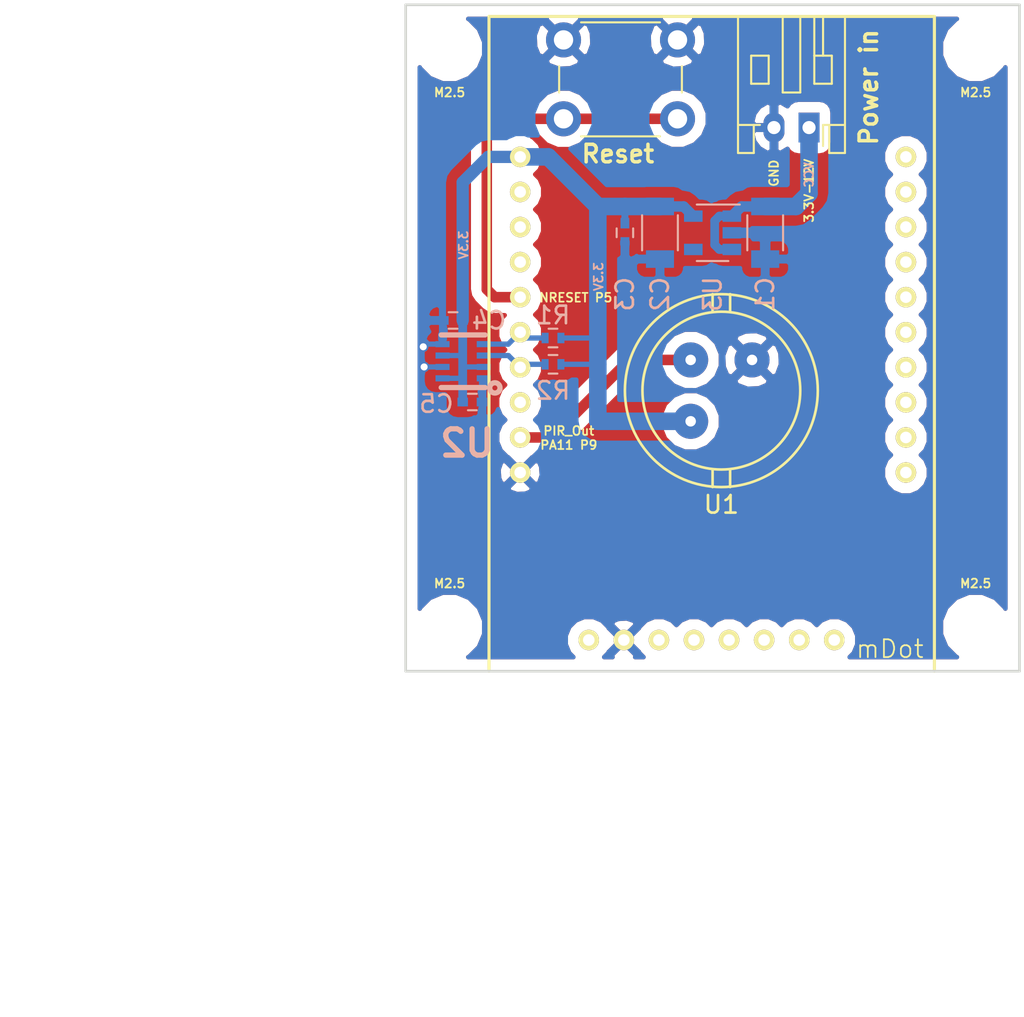
<source format=kicad_pcb>
(kicad_pcb (version 4) (host pcbnew 4.0.7)

  (general
    (links 35)
    (no_connects 0)
    (area 149.924999 61.924999 185.075001 100.075001)
    (thickness 1.6)
    (drawings 21)
    (tracks 70)
    (zones 0)
    (modules 17)
    (nets 30)
  )

  (page A4)
  (layers
    (0 F.Cu signal)
    (31 B.Cu signal)
    (32 B.Adhes user)
    (33 F.Adhes user)
    (34 B.Paste user)
    (35 F.Paste user)
    (36 B.SilkS user)
    (37 F.SilkS user)
    (38 B.Mask user)
    (39 F.Mask user)
    (40 Dwgs.User user)
    (41 Cmts.User user)
    (42 Eco1.User user)
    (43 Eco2.User user)
    (44 Edge.Cuts user)
    (45 Margin user)
    (46 B.CrtYd user)
    (47 F.CrtYd user)
    (48 B.Fab user hide)
    (49 F.Fab user hide)
  )

  (setup
    (last_trace_width 0.6)
    (user_trace_width 0.3)
    (user_trace_width 0.4)
    (user_trace_width 0.5)
    (user_trace_width 0.6)
    (user_trace_width 0.7)
    (user_trace_width 0.8)
    (user_trace_width 0.9)
    (user_trace_width 1)
    (trace_clearance 0.2)
    (zone_clearance 0.6)
    (zone_45_only no)
    (trace_min 0.2)
    (segment_width 0.2)
    (edge_width 0.15)
    (via_size 0.6)
    (via_drill 0.4)
    (via_min_size 0.4)
    (via_min_drill 0.3)
    (uvia_size 0.3)
    (uvia_drill 0.1)
    (uvias_allowed no)
    (uvia_min_size 0.2)
    (uvia_min_drill 0.1)
    (pcb_text_width 0.3)
    (pcb_text_size 1.5 1.5)
    (mod_edge_width 0.15)
    (mod_text_size 1 1)
    (mod_text_width 0.15)
    (pad_size 1.524 1.524)
    (pad_drill 0.762)
    (pad_to_mask_clearance 0.2)
    (aux_axis_origin 0 0)
    (visible_elements 7FFFFFFF)
    (pcbplotparams
      (layerselection 0x00030_80000001)
      (usegerberextensions false)
      (excludeedgelayer true)
      (linewidth 0.100000)
      (plotframeref false)
      (viasonmask false)
      (mode 1)
      (useauxorigin false)
      (hpglpennumber 1)
      (hpglpenspeed 20)
      (hpglpendiameter 15)
      (hpglpenoverlay 2)
      (psnegative false)
      (psa4output false)
      (plotreference true)
      (plotvalue true)
      (plotinvisibletext false)
      (padsonsilk false)
      (subtractmaskfromsilk false)
      (outputformat 1)
      (mirror false)
      (drillshape 1)
      (scaleselection 1)
      (outputdirectory ""))
  )

  (net 0 "")
  (net 1 +BATT)
  (net 2 -BATT)
  (net 3 +3V3)
  (net 4 "Net-(M1-Pad11)")
  (net 5 "Net-(M1-Pad2)")
  (net 6 "Net-(M1-Pad3)")
  (net 7 "Net-(M1-Pad4)")
  (net 8 "Net-(M1-Pad5)")
  (net 9 SCL)
  (net 10 SDA)
  (net 11 "Net-(M1-Pad8)")
  (net 12 "Net-(M1-Pad12)")
  (net 13 "Net-(M1-Pad13)")
  (net 14 "Net-(M1-Pad14)")
  (net 15 "Net-(M1-Pad15)")
  (net 16 "Net-(M1-Pad16)")
  (net 17 "Net-(M1-Pad17)")
  (net 18 "Net-(M1-Pad18)")
  (net 19 "Net-(M1-Pad19)")
  (net 20 "Net-(M1-Pad20)")
  (net 21 "Net-(M1-Pad26)")
  (net 22 "Net-(M1-Pad27)")
  (net 23 "Net-(M1-Pad28)")
  (net 24 "Net-(M1-Pad29)")
  (net 25 "Net-(M1-Pad30)")
  (net 26 "Net-(M1-Pad31)")
  (net 27 PIR_Out)
  (net 28 "Net-(U3-Pad4)")
  (net 29 "Net-(M1-Pad24)")

  (net_class Default "This is the default net class."
    (clearance 0.2)
    (trace_width 0.25)
    (via_dia 0.6)
    (via_drill 0.4)
    (uvia_dia 0.3)
    (uvia_drill 0.1)
    (add_net +3V3)
    (add_net +BATT)
    (add_net -BATT)
    (add_net "Net-(M1-Pad11)")
    (add_net "Net-(M1-Pad12)")
    (add_net "Net-(M1-Pad13)")
    (add_net "Net-(M1-Pad14)")
    (add_net "Net-(M1-Pad15)")
    (add_net "Net-(M1-Pad16)")
    (add_net "Net-(M1-Pad17)")
    (add_net "Net-(M1-Pad18)")
    (add_net "Net-(M1-Pad19)")
    (add_net "Net-(M1-Pad2)")
    (add_net "Net-(M1-Pad20)")
    (add_net "Net-(M1-Pad24)")
    (add_net "Net-(M1-Pad26)")
    (add_net "Net-(M1-Pad27)")
    (add_net "Net-(M1-Pad28)")
    (add_net "Net-(M1-Pad29)")
    (add_net "Net-(M1-Pad3)")
    (add_net "Net-(M1-Pad30)")
    (add_net "Net-(M1-Pad31)")
    (add_net "Net-(M1-Pad4)")
    (add_net "Net-(M1-Pad5)")
    (add_net "Net-(M1-Pad8)")
    (add_net "Net-(U3-Pad4)")
    (add_net PIR_Out)
    (add_net SCL)
    (add_net SDA)
  )

  (module Mounting_Holes:MountingHole_2.5mm (layer F.Cu) (tedit 59C68252) (tstamp 59C67C27)
    (at 182.5 64.5)
    (descr "Mounting Hole 2.5mm, no annular")
    (tags "mounting hole 2.5mm no annular")
    (attr virtual)
    (fp_text reference H2 (at 0 3.5) (layer F.SilkS) hide
      (effects (font (size 1 1) (thickness 0.15)))
    )
    (fp_text value MountingHole_2.5mm (at 0 3.5) (layer F.Fab)
      (effects (font (size 1 1) (thickness 0.15)))
    )
    (fp_text user %R (at 0.3 0) (layer F.Fab)
      (effects (font (size 1 1) (thickness 0.15)))
    )
    (fp_circle (center 0 0) (end 2.5 0) (layer Cmts.User) (width 0.15))
    (fp_circle (center 0 0) (end 2.75 0) (layer F.CrtYd) (width 0.05))
    (pad 1 np_thru_hole circle (at 0 0) (size 2.5 2.5) (drill 2.5) (layers *.Cu *.Mask))
  )

  (module Mounting_Holes:MountingHole_2.5mm (layer F.Cu) (tedit 59C6825A) (tstamp 59C67C23)
    (at 182.5 97.5)
    (descr "Mounting Hole 2.5mm, no annular")
    (tags "mounting hole 2.5mm no annular")
    (attr virtual)
    (fp_text reference H4 (at 0 -3.5) (layer F.SilkS) hide
      (effects (font (size 1 1) (thickness 0.15)))
    )
    (fp_text value MountingHole_2.5mm (at 0 3.5) (layer F.Fab)
      (effects (font (size 1 1) (thickness 0.15)))
    )
    (fp_text user %R (at 0.3 0) (layer F.Fab)
      (effects (font (size 1 1) (thickness 0.15)))
    )
    (fp_circle (center 0 0) (end 2.5 0) (layer Cmts.User) (width 0.15))
    (fp_circle (center 0 0) (end 2.75 0) (layer F.CrtYd) (width 0.05))
    (pad 1 np_thru_hole circle (at 0 0) (size 2.5 2.5) (drill 2.5) (layers *.Cu *.Mask))
  )

  (module Mounting_Holes:MountingHole_2.5mm (layer F.Cu) (tedit 59C68258) (tstamp 59C67C1F)
    (at 152.5 97.5)
    (descr "Mounting Hole 2.5mm, no annular")
    (tags "mounting hole 2.5mm no annular")
    (attr virtual)
    (fp_text reference H3 (at 0 -3.5) (layer F.SilkS) hide
      (effects (font (size 1 1) (thickness 0.15)))
    )
    (fp_text value MountingHole_2.5mm (at 0 3.5) (layer F.Fab)
      (effects (font (size 1 1) (thickness 0.15)))
    )
    (fp_text user %R (at 0.3 0) (layer F.Fab)
      (effects (font (size 1 1) (thickness 0.15)))
    )
    (fp_circle (center 0 0) (end 2.5 0) (layer Cmts.User) (width 0.15))
    (fp_circle (center 0 0) (end 2.75 0) (layer F.CrtYd) (width 0.05))
    (pad 1 np_thru_hole circle (at 0 0) (size 2.5 2.5) (drill 2.5) (layers *.Cu *.Mask))
  )

  (module Capacitors_SMD:C_1206 (layer B.Cu) (tedit 58AA84B8) (tstamp 59C674B9)
    (at 170.5 75 270)
    (descr "Capacitor SMD 1206, reflow soldering, AVX (see smccp.pdf)")
    (tags "capacitor 1206")
    (path /59C6679E)
    (attr smd)
    (fp_text reference C1 (at 3.5 0 270) (layer B.SilkS)
      (effects (font (size 1 1) (thickness 0.15)) (justify mirror))
    )
    (fp_text value 10µF (at 0 -2 270) (layer B.Fab)
      (effects (font (size 1 1) (thickness 0.15)) (justify mirror))
    )
    (fp_text user %R (at 0 1.75 270) (layer B.Fab)
      (effects (font (size 1 1) (thickness 0.15)) (justify mirror))
    )
    (fp_line (start -1.6 -0.8) (end -1.6 0.8) (layer B.Fab) (width 0.1))
    (fp_line (start 1.6 -0.8) (end -1.6 -0.8) (layer B.Fab) (width 0.1))
    (fp_line (start 1.6 0.8) (end 1.6 -0.8) (layer B.Fab) (width 0.1))
    (fp_line (start -1.6 0.8) (end 1.6 0.8) (layer B.Fab) (width 0.1))
    (fp_line (start 1 1.02) (end -1 1.02) (layer B.SilkS) (width 0.12))
    (fp_line (start -1 -1.02) (end 1 -1.02) (layer B.SilkS) (width 0.12))
    (fp_line (start -2.25 1.05) (end 2.25 1.05) (layer B.CrtYd) (width 0.05))
    (fp_line (start -2.25 1.05) (end -2.25 -1.05) (layer B.CrtYd) (width 0.05))
    (fp_line (start 2.25 -1.05) (end 2.25 1.05) (layer B.CrtYd) (width 0.05))
    (fp_line (start 2.25 -1.05) (end -2.25 -1.05) (layer B.CrtYd) (width 0.05))
    (pad 1 smd rect (at -1.5 0 270) (size 1 1.6) (layers B.Cu B.Paste B.Mask)
      (net 1 +BATT))
    (pad 2 smd rect (at 1.5 0 270) (size 1 1.6) (layers B.Cu B.Paste B.Mask)
      (net 2 -BATT))
    (model Capacitors_SMD.3dshapes/C_1206.wrl
      (at (xyz 0 0 0))
      (scale (xyz 1 1 1))
      (rotate (xyz 0 0 0))
    )
  )

  (module Capacitors_SMD:C_1206 (layer B.Cu) (tedit 58AA84B8) (tstamp 59C674BF)
    (at 164.5 75 270)
    (descr "Capacitor SMD 1206, reflow soldering, AVX (see smccp.pdf)")
    (tags "capacitor 1206")
    (path /59C669D9)
    (attr smd)
    (fp_text reference C2 (at 3.5 0 270) (layer B.SilkS)
      (effects (font (size 1 1) (thickness 0.15)) (justify mirror))
    )
    (fp_text value 10µF (at 0 -2 270) (layer B.Fab)
      (effects (font (size 1 1) (thickness 0.15)) (justify mirror))
    )
    (fp_text user %R (at 0 1.75 270) (layer B.Fab)
      (effects (font (size 1 1) (thickness 0.15)) (justify mirror))
    )
    (fp_line (start -1.6 -0.8) (end -1.6 0.8) (layer B.Fab) (width 0.1))
    (fp_line (start 1.6 -0.8) (end -1.6 -0.8) (layer B.Fab) (width 0.1))
    (fp_line (start 1.6 0.8) (end 1.6 -0.8) (layer B.Fab) (width 0.1))
    (fp_line (start -1.6 0.8) (end 1.6 0.8) (layer B.Fab) (width 0.1))
    (fp_line (start 1 1.02) (end -1 1.02) (layer B.SilkS) (width 0.12))
    (fp_line (start -1 -1.02) (end 1 -1.02) (layer B.SilkS) (width 0.12))
    (fp_line (start -2.25 1.05) (end 2.25 1.05) (layer B.CrtYd) (width 0.05))
    (fp_line (start -2.25 1.05) (end -2.25 -1.05) (layer B.CrtYd) (width 0.05))
    (fp_line (start 2.25 -1.05) (end 2.25 1.05) (layer B.CrtYd) (width 0.05))
    (fp_line (start 2.25 -1.05) (end -2.25 -1.05) (layer B.CrtYd) (width 0.05))
    (pad 1 smd rect (at -1.5 0 270) (size 1 1.6) (layers B.Cu B.Paste B.Mask)
      (net 3 +3V3))
    (pad 2 smd rect (at 1.5 0 270) (size 1 1.6) (layers B.Cu B.Paste B.Mask)
      (net 2 -BATT))
    (model Capacitors_SMD.3dshapes/C_1206.wrl
      (at (xyz 0 0 0))
      (scale (xyz 1 1 1))
      (rotate (xyz 0 0 0))
    )
  )

  (module Capacitors_SMD:C_0402 (layer B.Cu) (tedit 58AA841A) (tstamp 59C674C5)
    (at 162.5 75 270)
    (descr "Capacitor SMD 0402, reflow soldering, AVX (see smccp.pdf)")
    (tags "capacitor 0402")
    (path /59C66A55)
    (attr smd)
    (fp_text reference C3 (at 3.5 0 270) (layer B.SilkS)
      (effects (font (size 1 1) (thickness 0.15)) (justify mirror))
    )
    (fp_text value 100nF (at 0 -1.27 270) (layer B.Fab)
      (effects (font (size 1 1) (thickness 0.15)) (justify mirror))
    )
    (fp_text user %R (at 0 1.27 270) (layer B.Fab)
      (effects (font (size 1 1) (thickness 0.15)) (justify mirror))
    )
    (fp_line (start -0.5 -0.25) (end -0.5 0.25) (layer B.Fab) (width 0.1))
    (fp_line (start 0.5 -0.25) (end -0.5 -0.25) (layer B.Fab) (width 0.1))
    (fp_line (start 0.5 0.25) (end 0.5 -0.25) (layer B.Fab) (width 0.1))
    (fp_line (start -0.5 0.25) (end 0.5 0.25) (layer B.Fab) (width 0.1))
    (fp_line (start 0.25 0.47) (end -0.25 0.47) (layer B.SilkS) (width 0.12))
    (fp_line (start -0.25 -0.47) (end 0.25 -0.47) (layer B.SilkS) (width 0.12))
    (fp_line (start -1 0.4) (end 1 0.4) (layer B.CrtYd) (width 0.05))
    (fp_line (start -1 0.4) (end -1 -0.4) (layer B.CrtYd) (width 0.05))
    (fp_line (start 1 -0.4) (end 1 0.4) (layer B.CrtYd) (width 0.05))
    (fp_line (start 1 -0.4) (end -1 -0.4) (layer B.CrtYd) (width 0.05))
    (pad 1 smd rect (at -0.55 0 270) (size 0.6 0.5) (layers B.Cu B.Paste B.Mask)
      (net 3 +3V3))
    (pad 2 smd rect (at 0.55 0 270) (size 0.6 0.5) (layers B.Cu B.Paste B.Mask)
      (net 2 -BATT))
    (model Capacitors_SMD.3dshapes/C_0402.wrl
      (at (xyz 0 0 0))
      (scale (xyz 1 1 1))
      (rotate (xyz 0 0 0))
    )
  )

  (module Capacitors_SMD:C_0402 (layer B.Cu) (tedit 58AA841A) (tstamp 59C674CB)
    (at 152.7 80 180)
    (descr "Capacitor SMD 0402, reflow soldering, AVX (see smccp.pdf)")
    (tags "capacitor 0402")
    (path /59C67D0E)
    (attr smd)
    (fp_text reference C4 (at -2.05 0 180) (layer B.SilkS)
      (effects (font (size 1 1) (thickness 0.15)) (justify mirror))
    )
    (fp_text value 100nF (at 0 -1.27 180) (layer B.Fab)
      (effects (font (size 1 1) (thickness 0.15)) (justify mirror))
    )
    (fp_text user %R (at 0 1.27 180) (layer B.Fab)
      (effects (font (size 1 1) (thickness 0.15)) (justify mirror))
    )
    (fp_line (start -0.5 -0.25) (end -0.5 0.25) (layer B.Fab) (width 0.1))
    (fp_line (start 0.5 -0.25) (end -0.5 -0.25) (layer B.Fab) (width 0.1))
    (fp_line (start 0.5 0.25) (end 0.5 -0.25) (layer B.Fab) (width 0.1))
    (fp_line (start -0.5 0.25) (end 0.5 0.25) (layer B.Fab) (width 0.1))
    (fp_line (start 0.25 0.47) (end -0.25 0.47) (layer B.SilkS) (width 0.12))
    (fp_line (start -0.25 -0.47) (end 0.25 -0.47) (layer B.SilkS) (width 0.12))
    (fp_line (start -1 0.4) (end 1 0.4) (layer B.CrtYd) (width 0.05))
    (fp_line (start -1 0.4) (end -1 -0.4) (layer B.CrtYd) (width 0.05))
    (fp_line (start 1 -0.4) (end 1 0.4) (layer B.CrtYd) (width 0.05))
    (fp_line (start 1 -0.4) (end -1 -0.4) (layer B.CrtYd) (width 0.05))
    (pad 1 smd rect (at -0.55 0 180) (size 0.6 0.5) (layers B.Cu B.Paste B.Mask)
      (net 3 +3V3))
    (pad 2 smd rect (at 0.55 0 180) (size 0.6 0.5) (layers B.Cu B.Paste B.Mask)
      (net 2 -BATT))
    (model Capacitors_SMD.3dshapes/C_0402.wrl
      (at (xyz 0 0 0))
      (scale (xyz 1 1 1))
      (rotate (xyz 0 0 0))
    )
  )

  (module Capacitors_SMD:C_0402 (layer B.Cu) (tedit 58AA841A) (tstamp 59C674D1)
    (at 153.8 84.65)
    (descr "Capacitor SMD 0402, reflow soldering, AVX (see smccp.pdf)")
    (tags "capacitor 0402")
    (path /59C66456)
    (attr smd)
    (fp_text reference C5 (at -2.05 0.1) (layer B.SilkS)
      (effects (font (size 1 1) (thickness 0.15)) (justify mirror))
    )
    (fp_text value 100nF (at 0 -1.27) (layer B.Fab)
      (effects (font (size 1 1) (thickness 0.15)) (justify mirror))
    )
    (fp_text user %R (at 0 1.27) (layer B.Fab)
      (effects (font (size 1 1) (thickness 0.15)) (justify mirror))
    )
    (fp_line (start -0.5 -0.25) (end -0.5 0.25) (layer B.Fab) (width 0.1))
    (fp_line (start 0.5 -0.25) (end -0.5 -0.25) (layer B.Fab) (width 0.1))
    (fp_line (start 0.5 0.25) (end 0.5 -0.25) (layer B.Fab) (width 0.1))
    (fp_line (start -0.5 0.25) (end 0.5 0.25) (layer B.Fab) (width 0.1))
    (fp_line (start 0.25 0.47) (end -0.25 0.47) (layer B.SilkS) (width 0.12))
    (fp_line (start -0.25 -0.47) (end 0.25 -0.47) (layer B.SilkS) (width 0.12))
    (fp_line (start -1 0.4) (end 1 0.4) (layer B.CrtYd) (width 0.05))
    (fp_line (start -1 0.4) (end -1 -0.4) (layer B.CrtYd) (width 0.05))
    (fp_line (start 1 -0.4) (end 1 0.4) (layer B.CrtYd) (width 0.05))
    (fp_line (start 1 -0.4) (end -1 -0.4) (layer B.CrtYd) (width 0.05))
    (pad 1 smd rect (at -0.55 0) (size 0.6 0.5) (layers B.Cu B.Paste B.Mask)
      (net 3 +3V3))
    (pad 2 smd rect (at 0.55 0) (size 0.6 0.5) (layers B.Cu B.Paste B.Mask)
      (net 2 -BATT))
    (model Capacitors_SMD.3dshapes/C_0402.wrl
      (at (xyz 0 0 0))
      (scale (xyz 1 1 1))
      (rotate (xyz 0 0 0))
    )
  )

  (module Connectors_JST:JST_PH_S2B-PH-K_02x2.00mm_Angled (layer F.Cu) (tedit 59C6B535) (tstamp 59C674D7)
    (at 173 69 180)
    (descr "JST PH series connector, S2B-PH-K, side entry type, through hole, Datasheet: http://www.jst-mfg.com/product/pdf/eng/ePH.pdf")
    (tags "connector jst ph")
    (path /59C661AA)
    (fp_text reference J1 (at 1 -3 180) (layer F.SilkS) hide
      (effects (font (size 1 1) (thickness 0.15)))
    )
    (fp_text value Conn_01x02 (at 1 7.25 180) (layer F.Fab)
      (effects (font (size 1 1) (thickness 0.15)))
    )
    (fp_line (start 0.5 6.35) (end 0.5 2) (layer F.SilkS) (width 0.12))
    (fp_line (start 0.5 2) (end 1.5 2) (layer F.SilkS) (width 0.12))
    (fp_line (start 1.5 2) (end 1.5 6.35) (layer F.SilkS) (width 0.12))
    (fp_line (start -0.8 0.15) (end -1.15 0.15) (layer F.SilkS) (width 0.12))
    (fp_line (start -1.15 0.15) (end -1.15 -1.45) (layer F.SilkS) (width 0.12))
    (fp_line (start -1.15 -1.45) (end -2.05 -1.45) (layer F.SilkS) (width 0.12))
    (fp_line (start -2.05 -1.45) (end -2.05 6.35) (layer F.SilkS) (width 0.12))
    (fp_line (start -2.05 6.35) (end 4.05 6.35) (layer F.SilkS) (width 0.12))
    (fp_line (start 4.05 6.35) (end 4.05 -1.45) (layer F.SilkS) (width 0.12))
    (fp_line (start 4.05 -1.45) (end 3.15 -1.45) (layer F.SilkS) (width 0.12))
    (fp_line (start 3.15 -1.45) (end 3.15 0.15) (layer F.SilkS) (width 0.12))
    (fp_line (start 3.15 0.15) (end 2.8 0.15) (layer F.SilkS) (width 0.12))
    (fp_line (start -2.05 0.15) (end -1.15 0.15) (layer F.SilkS) (width 0.12))
    (fp_line (start 4.05 0.15) (end 3.15 0.15) (layer F.SilkS) (width 0.12))
    (fp_line (start -1.3 2.5) (end -1.3 4.1) (layer F.SilkS) (width 0.12))
    (fp_line (start -1.3 4.1) (end -0.3 4.1) (layer F.SilkS) (width 0.12))
    (fp_line (start -0.3 4.1) (end -0.3 2.5) (layer F.SilkS) (width 0.12))
    (fp_line (start -0.3 2.5) (end -1.3 2.5) (layer F.SilkS) (width 0.12))
    (fp_line (start 3.3 2.5) (end 3.3 4.1) (layer F.SilkS) (width 0.12))
    (fp_line (start 3.3 4.1) (end 2.3 4.1) (layer F.SilkS) (width 0.12))
    (fp_line (start 2.3 4.1) (end 2.3 2.5) (layer F.SilkS) (width 0.12))
    (fp_line (start 2.3 2.5) (end 3.3 2.5) (layer F.SilkS) (width 0.12))
    (fp_line (start -0.3 4.1) (end -0.3 6.35) (layer F.SilkS) (width 0.12))
    (fp_line (start -0.8 4.1) (end -0.8 6.35) (layer F.SilkS) (width 0.12))
    (fp_line (start -2.45 -1.85) (end -2.45 6.75) (layer F.CrtYd) (width 0.05))
    (fp_line (start -2.45 6.75) (end 4.45 6.75) (layer F.CrtYd) (width 0.05))
    (fp_line (start 4.45 6.75) (end 4.45 -1.85) (layer F.CrtYd) (width 0.05))
    (fp_line (start 4.45 -1.85) (end -2.45 -1.85) (layer F.CrtYd) (width 0.05))
    (fp_line (start -1.25 0.25) (end -1.25 -1.35) (layer F.Fab) (width 0.1))
    (fp_line (start -1.25 -1.35) (end -1.95 -1.35) (layer F.Fab) (width 0.1))
    (fp_line (start -1.95 -1.35) (end -1.95 6.25) (layer F.Fab) (width 0.1))
    (fp_line (start -1.95 6.25) (end 3.95 6.25) (layer F.Fab) (width 0.1))
    (fp_line (start 3.95 6.25) (end 3.95 -1.35) (layer F.Fab) (width 0.1))
    (fp_line (start 3.95 -1.35) (end 3.25 -1.35) (layer F.Fab) (width 0.1))
    (fp_line (start 3.25 -1.35) (end 3.25 0.25) (layer F.Fab) (width 0.1))
    (fp_line (start 3.25 0.25) (end -1.25 0.25) (layer F.Fab) (width 0.1))
    (fp_line (start -0.8 0.15) (end -0.8 -1.05) (layer F.SilkS) (width 0.12))
    (fp_line (start 0 0.85) (end -0.5 1.35) (layer F.Fab) (width 0.1))
    (fp_line (start -0.5 1.35) (end 0.5 1.35) (layer F.Fab) (width 0.1))
    (fp_line (start 0.5 1.35) (end 0 0.85) (layer F.Fab) (width 0.1))
    (fp_text user %R (at 1 2.5 180) (layer F.Fab)
      (effects (font (size 1 1) (thickness 0.15)))
    )
    (pad 1 thru_hole rect (at 0 0 180) (size 1.2 1.7) (drill 0.75) (layers *.Cu *.Mask)
      (net 1 +BATT))
    (pad 2 thru_hole oval (at 2 0 180) (size 1.2 1.7) (drill 0.75) (layers *.Cu *.Mask)
      (net 2 -BATT))
    (model ${KISYS3DMOD}/Connectors_JST.3dshapes/JST_PH_S2B-PH-K_02x2.00mm_Angled.wrl
      (at (xyz 0 0 0))
      (scale (xyz 1 1 1))
      (rotate (xyz 0 0 0))
    )
  )

  (module Resistors_SMD:R_0402 (layer B.Cu) (tedit 58E0A804) (tstamp 59C67501)
    (at 158.4 81 180)
    (descr "Resistor SMD 0402, reflow soldering, Vishay (see dcrcw.pdf)")
    (tags "resistor 0402")
    (path /59C6636A)
    (attr smd)
    (fp_text reference R1 (at 0 1.3 180) (layer B.SilkS)
      (effects (font (size 1 1) (thickness 0.15)) (justify mirror))
    )
    (fp_text value R (at 0 -1.45 180) (layer B.Fab)
      (effects (font (size 1 1) (thickness 0.15)) (justify mirror))
    )
    (fp_text user %R (at 0 1.35 180) (layer B.Fab)
      (effects (font (size 1 1) (thickness 0.15)) (justify mirror))
    )
    (fp_line (start -0.5 -0.25) (end -0.5 0.25) (layer B.Fab) (width 0.1))
    (fp_line (start 0.5 -0.25) (end -0.5 -0.25) (layer B.Fab) (width 0.1))
    (fp_line (start 0.5 0.25) (end 0.5 -0.25) (layer B.Fab) (width 0.1))
    (fp_line (start -0.5 0.25) (end 0.5 0.25) (layer B.Fab) (width 0.1))
    (fp_line (start 0.25 0.53) (end -0.25 0.53) (layer B.SilkS) (width 0.12))
    (fp_line (start -0.25 -0.53) (end 0.25 -0.53) (layer B.SilkS) (width 0.12))
    (fp_line (start -0.8 0.45) (end 0.8 0.45) (layer B.CrtYd) (width 0.05))
    (fp_line (start -0.8 0.45) (end -0.8 -0.45) (layer B.CrtYd) (width 0.05))
    (fp_line (start 0.8 -0.45) (end 0.8 0.45) (layer B.CrtYd) (width 0.05))
    (fp_line (start 0.8 -0.45) (end -0.8 -0.45) (layer B.CrtYd) (width 0.05))
    (pad 1 smd rect (at -0.45 0 180) (size 0.4 0.6) (layers B.Cu B.Paste B.Mask)
      (net 3 +3V3))
    (pad 2 smd rect (at 0.45 0 180) (size 0.4 0.6) (layers B.Cu B.Paste B.Mask)
      (net 9 SCL))
    (model ${KISYS3DMOD}/Resistors_SMD.3dshapes/R_0402.wrl
      (at (xyz 0 0 0))
      (scale (xyz 1 1 1))
      (rotate (xyz 0 0 0))
    )
  )

  (module Resistors_SMD:R_0402 (layer B.Cu) (tedit 58E0A804) (tstamp 59C67507)
    (at 158.4 82.5 180)
    (descr "Resistor SMD 0402, reflow soldering, Vishay (see dcrcw.pdf)")
    (tags "resistor 0402")
    (path /59C66432)
    (attr smd)
    (fp_text reference R2 (at 0 -1.5 180) (layer B.SilkS)
      (effects (font (size 1 1) (thickness 0.15)) (justify mirror))
    )
    (fp_text value R (at 0 -1.45 180) (layer B.Fab)
      (effects (font (size 1 1) (thickness 0.15)) (justify mirror))
    )
    (fp_text user %R (at 0 1.35 180) (layer B.Fab)
      (effects (font (size 1 1) (thickness 0.15)) (justify mirror))
    )
    (fp_line (start -0.5 -0.25) (end -0.5 0.25) (layer B.Fab) (width 0.1))
    (fp_line (start 0.5 -0.25) (end -0.5 -0.25) (layer B.Fab) (width 0.1))
    (fp_line (start 0.5 0.25) (end 0.5 -0.25) (layer B.Fab) (width 0.1))
    (fp_line (start -0.5 0.25) (end 0.5 0.25) (layer B.Fab) (width 0.1))
    (fp_line (start 0.25 0.53) (end -0.25 0.53) (layer B.SilkS) (width 0.12))
    (fp_line (start -0.25 -0.53) (end 0.25 -0.53) (layer B.SilkS) (width 0.12))
    (fp_line (start -0.8 0.45) (end 0.8 0.45) (layer B.CrtYd) (width 0.05))
    (fp_line (start -0.8 0.45) (end -0.8 -0.45) (layer B.CrtYd) (width 0.05))
    (fp_line (start 0.8 -0.45) (end 0.8 0.45) (layer B.CrtYd) (width 0.05))
    (fp_line (start 0.8 -0.45) (end -0.8 -0.45) (layer B.CrtYd) (width 0.05))
    (pad 1 smd rect (at -0.45 0 180) (size 0.4 0.6) (layers B.Cu B.Paste B.Mask)
      (net 3 +3V3))
    (pad 2 smd rect (at 0.45 0 180) (size 0.4 0.6) (layers B.Cu B.Paste B.Mask)
      (net 10 SDA))
    (model ${KISYS3DMOD}/Resistors_SMD.3dshapes/R_0402.wrl
      (at (xyz 0 0 0))
      (scale (xyz 1 1 1))
      (rotate (xyz 0 0 0))
    )
  )

  (module STC:AMN31111 (layer F.Cu) (tedit 59C65FDE) (tstamp 59C67520)
    (at 168 84)
    (path /59C65D16)
    (fp_text reference U1 (at 0 6.5) (layer F.SilkS)
      (effects (font (size 1 1) (thickness 0.15)))
    )
    (fp_text value AMN31111 (at 0 -6.5) (layer F.Fab)
      (effects (font (size 1 1) (thickness 0.15)))
    )
    (fp_line (start 0 0) (end -5 -5) (layer Dwgs.User) (width 0.15))
    (fp_line (start 0 0) (end -5 5) (layer Dwgs.User) (width 0.15))
    (fp_line (start 0 0) (end 5 -5) (layer Dwgs.User) (width 0.15))
    (fp_line (start 0.5 4.5) (end 0.5 5.5) (layer F.SilkS) (width 0.15))
    (fp_line (start -0.5 4.5) (end -0.5 5.5) (layer F.SilkS) (width 0.15))
    (fp_line (start 0.5 -5.5) (end 0.5 -4.5) (layer F.SilkS) (width 0.15))
    (fp_line (start -0.5 -5.5) (end -0.5 -4.5) (layer F.SilkS) (width 0.15))
    (fp_circle (center 0 0) (end -5.5 0) (layer F.SilkS) (width 0.15))
    (fp_circle (center 0 0) (end -2.5 0) (layer Dwgs.User) (width 0.15))
    (fp_circle (center 0 0) (end -4.5 0) (layer F.SilkS) (width 0.15))
    (pad 3 thru_hole circle (at 1.75 -1.75) (size 2 2) (drill 0.6) (layers *.Cu *.Mask)
      (net 2 -BATT))
    (pad 1 thru_hole circle (at -1.75 1.75) (size 2 2) (drill 0.6) (layers *.Cu *.Mask)
      (net 3 +3V3))
    (pad 2 thru_hole circle (at -1.75 -1.75) (size 2 2) (drill 0.6) (layers *.Cu *.Mask)
      (net 27 PIR_Out))
  )

  (module STC:BME280 (layer B.Cu) (tedit 587DD0E4) (tstamp 59C67533)
    (at 152.025 81.075)
    (path /59C6A191)
    (fp_text reference U2 (at 1.475 5.925) (layer B.SilkS)
      (effects (font (size 1.5 1.5) (thickness 0.3)) (justify mirror))
    )
    (fp_text value BME280 (at 1.25 -1.25) (layer B.Fab)
      (effects (font (size 1 1) (thickness 0.15)) (justify mirror))
    )
    (fp_circle (center 3.06 2.77) (end 3.18 2.69) (layer B.SilkS) (width 0.3))
    (fp_line (start 0 -0.25) (end 2.5 -0.25) (layer B.SilkS) (width 0.3))
    (fp_line (start 0 2.75) (end 2.5 2.75) (layer B.SilkS) (width 0.3))
    (fp_line (start 0 0) (end 0 2.5) (layer Cmts.User) (width 0.1))
    (fp_line (start 0 2.5) (end 2.5 2.5) (layer Cmts.User) (width 0.1))
    (fp_line (start 2.5 2.5) (end 2.5 0) (layer Cmts.User) (width 0.1))
    (fp_line (start 2.5 0) (end 0 0) (layer Cmts.User) (width 0.1))
    (pad 5 smd rect (at 0.225 0.275) (size 0.8 0.35) (drill (offset -0.15 0)) (layers B.Cu B.Paste B.Mask)
      (net 2 -BATT))
    (pad 6 smd rect (at 0.225 0.925) (size 0.8 0.35) (drill (offset -0.15 0)) (layers B.Cu B.Paste B.Mask)
      (net 3 +3V3))
    (pad 7 smd rect (at 0.225 1.575) (size 0.8 0.35) (drill (offset -0.15 0)) (layers B.Cu B.Paste B.Mask)
      (net 2 -BATT))
    (pad 8 smd rect (at 0.225 2.225) (size 0.8 0.35) (drill (offset -0.15 0)) (layers B.Cu B.Paste B.Mask)
      (net 3 +3V3))
    (pad 1 smd rect (at 2.275 2.225) (size 0.8 0.35) (drill (offset 0.15 0)) (layers B.Cu B.Paste B.Mask)
      (net 2 -BATT))
    (pad 2 smd rect (at 2.275 1.575) (size 0.8 0.35) (drill (offset 0.15 0)) (layers B.Cu B.Paste B.Mask)
      (net 3 +3V3))
    (pad 4 smd rect (at 2.275 0.275) (size 0.8 0.35) (drill (offset 0.15 0)) (layers B.Cu B.Paste B.Mask)
      (net 9 SCL))
    (pad 3 smd rect (at 2.275 0.925) (size 0.8 0.35) (drill (offset 0.15 0)) (layers B.Cu B.Paste B.Mask)
      (net 10 SDA))
  )

  (module TO_SOT_Packages_SMD:SOT-23-5 (layer B.Cu) (tedit 58CE4E7E) (tstamp 59C6753C)
    (at 167.5 75 180)
    (descr "5-pin SOT23 package")
    (tags SOT-23-5)
    (path /59C666C4)
    (attr smd)
    (fp_text reference U3 (at 0 -3.5 270) (layer B.SilkS)
      (effects (font (size 1 1) (thickness 0.15)) (justify mirror))
    )
    (fp_text value MIC5219-3.3 (at 0 -2.9 180) (layer B.Fab)
      (effects (font (size 1 1) (thickness 0.15)) (justify mirror))
    )
    (fp_text user %R (at 0 0 450) (layer B.Fab)
      (effects (font (size 0.5 0.5) (thickness 0.075)) (justify mirror))
    )
    (fp_line (start -0.9 -1.61) (end 0.9 -1.61) (layer B.SilkS) (width 0.12))
    (fp_line (start 0.9 1.61) (end -1.55 1.61) (layer B.SilkS) (width 0.12))
    (fp_line (start -1.9 1.8) (end 1.9 1.8) (layer B.CrtYd) (width 0.05))
    (fp_line (start 1.9 1.8) (end 1.9 -1.8) (layer B.CrtYd) (width 0.05))
    (fp_line (start 1.9 -1.8) (end -1.9 -1.8) (layer B.CrtYd) (width 0.05))
    (fp_line (start -1.9 -1.8) (end -1.9 1.8) (layer B.CrtYd) (width 0.05))
    (fp_line (start -0.9 0.9) (end -0.25 1.55) (layer B.Fab) (width 0.1))
    (fp_line (start 0.9 1.55) (end -0.25 1.55) (layer B.Fab) (width 0.1))
    (fp_line (start -0.9 0.9) (end -0.9 -1.55) (layer B.Fab) (width 0.1))
    (fp_line (start 0.9 -1.55) (end -0.9 -1.55) (layer B.Fab) (width 0.1))
    (fp_line (start 0.9 1.55) (end 0.9 -1.55) (layer B.Fab) (width 0.1))
    (pad 1 smd rect (at -1.1 0.95 180) (size 1.06 0.65) (layers B.Cu B.Paste B.Mask)
      (net 1 +BATT))
    (pad 2 smd rect (at -1.1 0 180) (size 1.06 0.65) (layers B.Cu B.Paste B.Mask)
      (net 2 -BATT))
    (pad 3 smd rect (at -1.1 -0.95 180) (size 1.06 0.65) (layers B.Cu B.Paste B.Mask)
      (net 1 +BATT))
    (pad 4 smd rect (at 1.1 -0.95 180) (size 1.06 0.65) (layers B.Cu B.Paste B.Mask)
      (net 28 "Net-(U3-Pad4)"))
    (pad 5 smd rect (at 1.1 0.95 180) (size 1.06 0.65) (layers B.Cu B.Paste B.Mask)
      (net 3 +3V3))
    (model ${KISYS3DMOD}/TO_SOT_Packages_SMD.3dshapes/SOT-23-5.wrl
      (at (xyz 0 0 0))
      (scale (xyz 1 1 1))
      (rotate (xyz 0 0 0))
    )
  )

  (module STC:mDot (layer F.Cu) (tedit 59C6B5D8) (tstamp 59C677E0)
    (at 154.75 100)
    (path /59C65BA9)
    (attr virtual)
    (fp_text reference M1 (at 1.27 -1.27) (layer F.SilkS) hide
      (effects (font (size 1.016 1.016) (thickness 0.1016)))
    )
    (fp_text value mDot (at 22.86 -1.27) (layer F.SilkS)
      (effects (font (size 1.016 1.016) (thickness 0.1016)))
    )
    (fp_line (start 0 -37.338) (end 25.4 -37.338) (layer F.SilkS) (width 0.1778))
    (fp_line (start 25.4 0) (end 25.4 -37.338) (layer F.SilkS) (width 0.1778))
    (fp_line (start 0 0) (end 25.4 0) (layer F.SilkS) (width 0.127))
    (fp_line (start 0 0) (end 0 -37.338) (layer F.SilkS) (width 0.1778))
    (pad 11 thru_hole circle (at 23.7744 -11.3284) (size 1.1684 1.1684) (drill 0.6604) (layers *.Cu *.Mask F.Paste F.SilkS)
      (net 4 "Net-(M1-Pad11)"))
    (pad 1 thru_hole circle (at 1.778 -29.3284) (size 1.1684 1.1684) (drill 0.6604) (layers *.Cu *.Mask F.Paste F.SilkS)
      (net 3 +3V3))
    (pad 2 thru_hole circle (at 1.778 -27.3284) (size 1.1684 1.1684) (drill 0.6604) (layers *.Cu *.Mask F.Paste F.SilkS)
      (net 5 "Net-(M1-Pad2)"))
    (pad 3 thru_hole circle (at 1.778 -25.3284) (size 1.1684 1.1684) (drill 0.6604) (layers *.Cu *.Mask F.Paste F.SilkS)
      (net 6 "Net-(M1-Pad3)"))
    (pad 4 thru_hole circle (at 1.778 -23.3284) (size 1.1684 1.1684) (drill 0.6604) (layers *.Cu *.Mask F.Paste F.SilkS)
      (net 7 "Net-(M1-Pad4)"))
    (pad 5 thru_hole circle (at 1.778 -21.3284) (size 1.1684 1.1684) (drill 0.6604) (layers *.Cu *.Mask F.Paste F.SilkS)
      (net 8 "Net-(M1-Pad5)"))
    (pad 6 thru_hole circle (at 1.778 -19.3284) (size 1.1684 1.1684) (drill 0.6604) (layers *.Cu *.Mask F.Paste F.SilkS)
      (net 9 SCL))
    (pad 7 thru_hole circle (at 1.778 -17.3284) (size 1.1684 1.1684) (drill 0.6604) (layers *.Cu *.Mask F.Paste F.SilkS)
      (net 10 SDA))
    (pad 8 thru_hole circle (at 1.778 -15.3284) (size 1.1684 1.1684) (drill 0.6604) (layers *.Cu *.Mask F.Paste F.SilkS)
      (net 11 "Net-(M1-Pad8)"))
    (pad 9 thru_hole circle (at 1.778 -13.3284) (size 1.1684 1.1684) (drill 0.6604) (layers *.Cu *.Mask F.Paste F.SilkS)
      (net 27 PIR_Out))
    (pad 10 thru_hole circle (at 1.778 -11.3284) (size 1.1684 1.1684) (drill 0.6604) (layers *.Cu *.Mask F.Paste F.SilkS)
      (net 2 -BATT))
    (pad 12 thru_hole circle (at 23.7744 -13.3284) (size 1.1684 1.1684) (drill 0.6604) (layers *.Cu *.Mask F.Paste F.SilkS)
      (net 12 "Net-(M1-Pad12)"))
    (pad 13 thru_hole circle (at 23.7744 -15.3284) (size 1.1684 1.1684) (drill 0.6604) (layers *.Cu *.Mask F.Paste F.SilkS)
      (net 13 "Net-(M1-Pad13)"))
    (pad 14 thru_hole circle (at 23.7744 -17.3284) (size 1.1684 1.1684) (drill 0.6604) (layers *.Cu *.Mask F.Paste F.SilkS)
      (net 14 "Net-(M1-Pad14)"))
    (pad 15 thru_hole circle (at 23.7744 -19.3284) (size 1.1684 1.1684) (drill 0.6604) (layers *.Cu *.Mask F.Paste F.SilkS)
      (net 15 "Net-(M1-Pad15)"))
    (pad 16 thru_hole circle (at 23.7744 -21.3284) (size 1.1684 1.1684) (drill 0.6604) (layers *.Cu *.Mask F.Paste F.SilkS)
      (net 16 "Net-(M1-Pad16)"))
    (pad 17 thru_hole circle (at 23.7744 -23.3284) (size 1.1684 1.1684) (drill 0.6604) (layers *.Cu *.Mask F.Paste F.SilkS)
      (net 17 "Net-(M1-Pad17)"))
    (pad 18 thru_hole circle (at 23.7744 -25.3284) (size 1.1684 1.1684) (drill 0.6604) (layers *.Cu *.Mask F.Paste F.SilkS)
      (net 18 "Net-(M1-Pad18)"))
    (pad 19 thru_hole circle (at 23.7744 -27.3284) (size 1.1684 1.1684) (drill 0.6604) (layers *.Cu *.Mask F.Paste F.SilkS)
      (net 19 "Net-(M1-Pad19)"))
    (pad 20 thru_hole circle (at 23.7744 -29.3284) (size 1.1684 1.1684) (drill 0.6604) (layers *.Cu *.Mask F.Paste F.SilkS)
      (net 20 "Net-(M1-Pad20)"))
    (pad 24 thru_hole circle (at 5.6896 -1.778) (size 1.1684 1.1684) (drill 0.6604) (layers *.Cu *.Mask F.Paste F.SilkS)
      (net 29 "Net-(M1-Pad24)"))
    (pad 25 thru_hole circle (at 7.6896 -1.778) (size 1.1684 1.1684) (drill 0.6604) (layers *.Cu *.Mask F.Paste F.SilkS)
      (net 2 -BATT))
    (pad 26 thru_hole circle (at 9.6896 -1.778) (size 1.1684 1.1684) (drill 0.6604) (layers *.Cu *.Mask F.Paste F.SilkS)
      (net 21 "Net-(M1-Pad26)"))
    (pad 27 thru_hole circle (at 11.6896 -1.778) (size 1.1684 1.1684) (drill 0.6604) (layers *.Cu *.Mask F.Paste F.SilkS)
      (net 22 "Net-(M1-Pad27)"))
    (pad 28 thru_hole circle (at 13.6896 -1.778) (size 1.1684 1.1684) (drill 0.6604) (layers *.Cu *.Mask F.Paste F.SilkS)
      (net 23 "Net-(M1-Pad28)"))
    (pad 29 thru_hole circle (at 15.6896 -1.778) (size 1.1684 1.1684) (drill 0.6604) (layers *.Cu *.Mask F.Paste F.SilkS)
      (net 24 "Net-(M1-Pad29)"))
    (pad 30 thru_hole circle (at 17.6896 -1.778) (size 1.1684 1.1684) (drill 0.6604) (layers *.Cu *.Mask F.Paste F.SilkS)
      (net 25 "Net-(M1-Pad30)"))
    (pad 31 thru_hole circle (at 19.6896 -1.778) (size 1.1684 1.1684) (drill 0.6604) (layers *.Cu *.Mask F.Paste F.SilkS)
      (net 26 "Net-(M1-Pad31)"))
  )

  (module Mounting_Holes:MountingHole_2.5mm (layer F.Cu) (tedit 59C68254) (tstamp 59C67C1B)
    (at 152.5 64.5)
    (descr "Mounting Hole 2.5mm, no annular")
    (tags "mounting hole 2.5mm no annular")
    (attr virtual)
    (fp_text reference H1 (at 0 4) (layer F.SilkS) hide
      (effects (font (size 1 1) (thickness 0.15)))
    )
    (fp_text value MountingHole_2.5mm (at 0 3.5) (layer F.Fab)
      (effects (font (size 1 1) (thickness 0.15)))
    )
    (fp_text user %R (at 0.3 0) (layer F.Fab)
      (effects (font (size 1 1) (thickness 0.15)))
    )
    (fp_circle (center 0 0) (end 2.5 0) (layer Cmts.User) (width 0.15))
    (fp_circle (center 0 0) (end 2.75 0) (layer F.CrtYd) (width 0.05))
    (pad 1 np_thru_hole circle (at 0 0) (size 2.5 2.5) (drill 2.5) (layers *.Cu *.Mask))
  )

  (module Buttons_Switches_THT:SW_PUSH_6mm (layer F.Cu) (tedit 59C6B527) (tstamp 59C67FA0)
    (at 159 64)
    (descr https://www.omron.com/ecb/products/pdf/en-b3f.pdf)
    (tags "tact sw push 6mm")
    (path /59C69A17)
    (fp_text reference SW1 (at 3.5 8) (layer F.SilkS) hide
      (effects (font (size 1 1) (thickness 0.15)))
    )
    (fp_text value SW_Push (at 3.75 6.7) (layer F.Fab)
      (effects (font (size 1 1) (thickness 0.15)))
    )
    (fp_text user %R (at 3.25 2.25) (layer F.Fab)
      (effects (font (size 1 1) (thickness 0.15)))
    )
    (fp_line (start 3.25 -0.75) (end 6.25 -0.75) (layer F.Fab) (width 0.1))
    (fp_line (start 6.25 -0.75) (end 6.25 5.25) (layer F.Fab) (width 0.1))
    (fp_line (start 6.25 5.25) (end 0.25 5.25) (layer F.Fab) (width 0.1))
    (fp_line (start 0.25 5.25) (end 0.25 -0.75) (layer F.Fab) (width 0.1))
    (fp_line (start 0.25 -0.75) (end 3.25 -0.75) (layer F.Fab) (width 0.1))
    (fp_line (start 7.75 6) (end 8 6) (layer F.CrtYd) (width 0.05))
    (fp_line (start 8 6) (end 8 5.75) (layer F.CrtYd) (width 0.05))
    (fp_line (start 7.75 -1.5) (end 8 -1.5) (layer F.CrtYd) (width 0.05))
    (fp_line (start 8 -1.5) (end 8 -1.25) (layer F.CrtYd) (width 0.05))
    (fp_line (start -1.5 -1.25) (end -1.5 -1.5) (layer F.CrtYd) (width 0.05))
    (fp_line (start -1.5 -1.5) (end -1.25 -1.5) (layer F.CrtYd) (width 0.05))
    (fp_line (start -1.5 5.75) (end -1.5 6) (layer F.CrtYd) (width 0.05))
    (fp_line (start -1.5 6) (end -1.25 6) (layer F.CrtYd) (width 0.05))
    (fp_line (start -1.25 -1.5) (end 7.75 -1.5) (layer F.CrtYd) (width 0.05))
    (fp_line (start -1.5 5.75) (end -1.5 -1.25) (layer F.CrtYd) (width 0.05))
    (fp_line (start 7.75 6) (end -1.25 6) (layer F.CrtYd) (width 0.05))
    (fp_line (start 8 -1.25) (end 8 5.75) (layer F.CrtYd) (width 0.05))
    (fp_line (start 1 5.5) (end 5.5 5.5) (layer F.SilkS) (width 0.12))
    (fp_line (start -0.25 1.5) (end -0.25 3) (layer F.SilkS) (width 0.12))
    (fp_line (start 5.5 -1) (end 1 -1) (layer F.SilkS) (width 0.12))
    (fp_line (start 6.75 3) (end 6.75 1.5) (layer F.SilkS) (width 0.12))
    (fp_circle (center 3.25 2.25) (end 1.25 2.5) (layer F.Fab) (width 0.1))
    (pad 2 thru_hole circle (at 0 4.5 90) (size 2 2) (drill 1.1) (layers *.Cu *.Mask)
      (net 8 "Net-(M1-Pad5)"))
    (pad 1 thru_hole circle (at 0 0 90) (size 2 2) (drill 1.1) (layers *.Cu *.Mask)
      (net 2 -BATT))
    (pad 2 thru_hole circle (at 6.5 4.5 90) (size 2 2) (drill 1.1) (layers *.Cu *.Mask)
      (net 8 "Net-(M1-Pad5)"))
    (pad 1 thru_hole circle (at 6.5 0 90) (size 2 2) (drill 1.1) (layers *.Cu *.Mask)
      (net 2 -BATT))
    (model ${KISYS3DMOD}/Buttons_Switches_THT.3dshapes/SW_PUSH_6mm.wrl
      (at (xyz 0.005 0 0))
      (scale (xyz 0.3937 0.3937 0.3937))
      (rotate (xyz 0 0 0))
    )
  )

  (gr_text "Power in" (at 176.4 66.7 90) (layer F.SilkS) (tstamp 59C6B810)
    (effects (font (size 1 1) (thickness 0.2)))
  )
  (gr_text GND (at 171 71.6 90) (layer F.SilkS) (tstamp 59C6B7FA)
    (effects (font (size 0.5 0.5) (thickness 0.1)))
  )
  (gr_text 3.3V-12V (at 173 72.6 90) (layer F.SilkS) (tstamp 59C6B7EC)
    (effects (font (size 0.5 0.5) (thickness 0.1)))
  )
  (gr_text 3.3V (at 161 77.5 90) (layer B.SilkS) (tstamp 59C6B736)
    (effects (font (size 0.5 0.5) (thickness 0.1)) (justify mirror))
  )
  (gr_text VCC (at 173 71.7 90) (layer B.SilkS) (tstamp 59C6B726)
    (effects (font (size 0.5 0.5) (thickness 0.1)) (justify mirror))
  )
  (gr_text 3.3V (at 153.3 75.7 90) (layer B.SilkS) (tstamp 59C6B714)
    (effects (font (size 0.5 0.5) (thickness 0.1)) (justify mirror))
  )
  (gr_text "PIR_Out\nPA11 P9" (at 159.3 86.7) (layer F.SilkS) (tstamp 59C6B667)
    (effects (font (size 0.5 0.5) (thickness 0.1)))
  )
  (gr_text "NRESET P5" (at 159.7 78.7) (layer F.SilkS) (tstamp 59C6B602)
    (effects (font (size 0.5 0.5) (thickness 0.1)))
  )
  (gr_text M2.5 (at 152.5 67 360) (layer F.SilkS) (tstamp 59C6B5B2)
    (effects (font (size 0.5 0.5) (thickness 0.1)))
  )
  (gr_text M2.5 (at 152.5 95 360) (layer F.SilkS) (tstamp 59C6B5AE)
    (effects (font (size 0.5 0.5) (thickness 0.1)))
  )
  (gr_text M2.5 (at 182.5 95 360) (layer F.SilkS) (tstamp 59C6B5AC)
    (effects (font (size 0.5 0.5) (thickness 0.1)))
  )
  (gr_text Reset (at 162.1 70.5) (layer F.SilkS)
    (effects (font (size 1 1) (thickness 0.2)))
  )
  (gr_text M2.5 (at 182.5 67 360) (layer F.SilkS)
    (effects (font (size 0.5 0.5) (thickness 0.1)))
  )
  (dimension 30 (width 0.3) (layer Dwgs.User)
    (gr_text "30.000 mm" (at 167.5 110.349999) (layer Dwgs.User)
      (effects (font (size 1.5 1.5) (thickness 0.3)))
    )
    (feature1 (pts (xy 182.5 97.5) (xy 182.5 111.699999)))
    (feature2 (pts (xy 152.5 97.5) (xy 152.5 111.699999)))
    (crossbar (pts (xy 152.5 108.999999) (xy 182.5 108.999999)))
    (arrow1a (pts (xy 182.5 108.999999) (xy 181.373496 109.58642)))
    (arrow1b (pts (xy 182.5 108.999999) (xy 181.373496 108.413578)))
    (arrow2a (pts (xy 152.5 108.999999) (xy 153.626504 109.58642)))
    (arrow2b (pts (xy 152.5 108.999999) (xy 153.626504 108.413578)))
  )
  (dimension 35 (width 0.3) (layer Dwgs.User)
    (gr_text "35.000 mm" (at 167.5 120.35) (layer Dwgs.User)
      (effects (font (size 1.5 1.5) (thickness 0.3)))
    )
    (feature1 (pts (xy 185 100) (xy 185 121.7)))
    (feature2 (pts (xy 150 100) (xy 150 121.7)))
    (crossbar (pts (xy 150 119) (xy 185 119)))
    (arrow1a (pts (xy 185 119) (xy 183.873496 119.586421)))
    (arrow1b (pts (xy 185 119) (xy 183.873496 118.413579)))
    (arrow2a (pts (xy 150 119) (xy 151.126504 119.586421)))
    (arrow2b (pts (xy 150 119) (xy 151.126504 118.413579)))
  )
  (dimension 38 (width 0.3) (layer Dwgs.User)
    (gr_text "38.000 mm" (at 133.15 81 90) (layer Dwgs.User)
      (effects (font (size 1.5 1.5) (thickness 0.3)))
    )
    (feature1 (pts (xy 150 62) (xy 131.8 62)))
    (feature2 (pts (xy 150 100) (xy 131.8 100)))
    (crossbar (pts (xy 134.5 100) (xy 134.5 62)))
    (arrow1a (pts (xy 134.5 62) (xy 135.086421 63.126504)))
    (arrow1b (pts (xy 134.5 62) (xy 133.913579 63.126504)))
    (arrow2a (pts (xy 134.5 100) (xy 135.086421 98.873496)))
    (arrow2b (pts (xy 134.5 100) (xy 133.913579 98.873496)))
  )
  (dimension 33 (width 0.3) (layer Dwgs.User)
    (gr_text "33.000 mm" (at 141.15 81 90) (layer Dwgs.User)
      (effects (font (size 1.5 1.5) (thickness 0.3)))
    )
    (feature1 (pts (xy 152.5 64.5) (xy 139.8 64.5)))
    (feature2 (pts (xy 152.5 97.5) (xy 139.8 97.5)))
    (crossbar (pts (xy 142.5 97.5) (xy 142.5 64.5)))
    (arrow1a (pts (xy 142.5 64.5) (xy 143.086421 65.626504)))
    (arrow1b (pts (xy 142.5 64.5) (xy 141.913579 65.626504)))
    (arrow2a (pts (xy 142.5 97.5) (xy 143.086421 96.373496)))
    (arrow2b (pts (xy 142.5 97.5) (xy 141.913579 96.373496)))
  )
  (gr_line (start 185 100) (end 150 100) (layer Edge.Cuts) (width 0.15))
  (gr_line (start 185 62) (end 185 100) (layer Edge.Cuts) (width 0.15))
  (gr_line (start 150 62) (end 185 62) (layer Edge.Cuts) (width 0.15))
  (gr_line (start 150 100) (end 150 62) (layer Edge.Cuts) (width 0.15))

  (segment (start 170.5 73.5) (end 172.25379 73.5) (width 1) (layer B.Cu) (net 1))
  (segment (start 172.25379 73.5) (end 173 72.75379) (width 1) (layer B.Cu) (net 1))
  (segment (start 173 72.75379) (end 173 69) (width 1) (layer B.Cu) (net 1))
  (segment (start 170.5 73.5) (end 169.15 73.5) (width 0.6) (layer B.Cu) (net 1))
  (segment (start 169.15 73.5) (end 168.6 74.05) (width 0.6) (layer B.Cu) (net 1))
  (segment (start 168.6 74.05) (end 167.884998 74.05) (width 0.5) (layer B.Cu) (net 1))
  (segment (start 167.884998 74.05) (end 167.619999 74.314999) (width 0.5) (layer B.Cu) (net 1))
  (segment (start 167.619999 74.314999) (end 167.619999 75.685001) (width 0.5) (layer B.Cu) (net 1))
  (segment (start 167.619999 75.685001) (end 167.884998 75.95) (width 0.5) (layer B.Cu) (net 1))
  (segment (start 167.884998 75.95) (end 168.6 75.95) (width 0.5) (layer B.Cu) (net 1))
  (segment (start 154.3 83.3) (end 154.3 84.6) (width 0.25) (layer B.Cu) (net 2))
  (segment (start 154.3 84.6) (end 154.35 84.65) (width 0.25) (layer B.Cu) (net 2))
  (segment (start 152.25 81.35) (end 151.15 81.35) (width 0.3) (layer B.Cu) (net 2))
  (segment (start 151.15 81.35) (end 151 81.5) (width 0.3) (layer B.Cu) (net 2))
  (via (at 151 81.5) (size 0.6) (drill 0.4) (layers F.Cu B.Cu) (net 2))
  (segment (start 152.25 82.65) (end 151.05 82.65) (width 0.3) (layer B.Cu) (net 2))
  (via (at 151.05 82.65) (size 0.6) (drill 0.4) (layers F.Cu B.Cu) (net 2))
  (segment (start 168.6 75) (end 170.1 75) (width 0.6) (layer B.Cu) (net 2))
  (segment (start 170.1 75) (end 170.5 75.4) (width 0.6) (layer B.Cu) (net 2))
  (segment (start 170.5 75.4) (end 170.5 76.5) (width 0.6) (layer B.Cu) (net 2))
  (segment (start 153.25 80) (end 153.25 72.123364) (width 0.7) (layer B.Cu) (net 3))
  (segment (start 153.25 72.123364) (end 154.701764 70.6716) (width 0.7) (layer B.Cu) (net 3))
  (segment (start 154.701764 70.6716) (end 156.528 70.6716) (width 0.7) (layer B.Cu) (net 3))
  (segment (start 153.25 80) (end 153.25 84.65) (width 0.5) (layer B.Cu) (net 3))
  (segment (start 153.25 83.5) (end 153.25 84.65) (width 0.3) (layer B.Cu) (net 3))
  (segment (start 153.25 81) (end 153.25 80) (width 0.3) (layer B.Cu) (net 3))
  (segment (start 153.25 82) (end 153.25 81) (width 0.3) (layer B.Cu) (net 3))
  (segment (start 153.25 82) (end 153.25 82.75) (width 0.3) (layer B.Cu) (net 3))
  (segment (start 153.35 82.65) (end 153.25 82.75) (width 0.3) (layer B.Cu) (net 3))
  (segment (start 153.25 82.75) (end 153.25 83.25) (width 0.3) (layer B.Cu) (net 3))
  (segment (start 154.3 82.65) (end 153.35 82.65) (width 0.3) (layer B.Cu) (net 3))
  (segment (start 153.25 83.25) (end 153.25 83.5) (width 0.3) (layer B.Cu) (net 3))
  (segment (start 152.25 83.3) (end 153.2 83.3) (width 0.3) (layer B.Cu) (net 3))
  (segment (start 153.2 83.3) (end 153.25 83.25) (width 0.3) (layer B.Cu) (net 3))
  (segment (start 153 82) (end 153.25 82) (width 0.3) (layer B.Cu) (net 3))
  (segment (start 152.25 82) (end 153 82) (width 0.3) (layer B.Cu) (net 3))
  (segment (start 160.955552 83.5) (end 160.955552 82.5) (width 1) (layer B.Cu) (net 3))
  (segment (start 160.955552 82.5) (end 160.955552 81) (width 1) (layer B.Cu) (net 3))
  (segment (start 158.85 82.5) (end 160.955552 82.5) (width 0.3) (layer B.Cu) (net 3))
  (segment (start 158.85 81) (end 160.955552 81) (width 0.3) (layer B.Cu) (net 3))
  (segment (start 160.955552 81) (end 160.955552 80) (width 1) (layer B.Cu) (net 3))
  (segment (start 166.25 85.75) (end 160.955552 85.75) (width 1) (layer B.Cu) (net 3))
  (segment (start 160.955552 85.75) (end 160.955552 83.5) (width 1) (layer B.Cu) (net 3))
  (segment (start 160.955552 80) (end 160.955552 75.815554) (width 1) (layer B.Cu) (net 3))
  (segment (start 160.955552 75.815554) (end 160.955552 73.5) (width 1) (layer B.Cu) (net 3))
  (segment (start 156.528 70.6716) (end 158.127152 70.6716) (width 1) (layer B.Cu) (net 3))
  (segment (start 158.127152 70.6716) (end 160.955552 73.5) (width 1) (layer B.Cu) (net 3))
  (segment (start 160.955552 73.5) (end 162.5 73.5) (width 1) (layer B.Cu) (net 3))
  (segment (start 162.5 73.5) (end 164.5 73.5) (width 1) (layer B.Cu) (net 3))
  (segment (start 162.5 74.45) (end 162.5 73.5) (width 0.4) (layer B.Cu) (net 3))
  (segment (start 164.5 73.5) (end 165.85 73.5) (width 0.6) (layer B.Cu) (net 3))
  (segment (start 165.85 73.5) (end 166.4 74.05) (width 0.6) (layer B.Cu) (net 3))
  (segment (start 159 68.5) (end 154.93514 68.5) (width 0.6) (layer F.Cu) (net 8))
  (segment (start 154.93514 68.5) (end 154.623843 68.811297) (width 0.6) (layer F.Cu) (net 8))
  (segment (start 154.623843 68.811297) (end 154.623843 78.222998) (width 0.6) (layer F.Cu) (net 8))
  (segment (start 154.623843 78.222998) (end 155.072445 78.6716) (width 0.6) (layer F.Cu) (net 8))
  (segment (start 155.072445 78.6716) (end 156.528 78.6716) (width 0.6) (layer F.Cu) (net 8))
  (segment (start 165.5 68.5) (end 164.085787 68.5) (width 0.6) (layer F.Cu) (net 8))
  (segment (start 164.085787 68.5) (end 159 68.5) (width 0.6) (layer F.Cu) (net 8))
  (segment (start 154.3 81.35) (end 155.8496 81.35) (width 0.3) (layer B.Cu) (net 9))
  (segment (start 155.8496 81.35) (end 156.528 80.6716) (width 0.3) (layer B.Cu) (net 9))
  (segment (start 157.95 81) (end 156.8564 81) (width 0.3) (layer B.Cu) (net 9))
  (segment (start 156.8564 81) (end 156.528 80.6716) (width 0.3) (layer B.Cu) (net 9))
  (segment (start 156.528 82.6716) (end 155.8564 82) (width 0.3) (layer B.Cu) (net 10))
  (segment (start 155.8564 82) (end 154.3 82) (width 0.3) (layer B.Cu) (net 10))
  (segment (start 157.95 82.5) (end 156.6996 82.5) (width 0.3) (layer B.Cu) (net 10))
  (segment (start 156.6996 82.5) (end 156.528 82.6716) (width 0.3) (layer B.Cu) (net 10))
  (segment (start 158.3284 86.6716) (end 162.75 82.25) (width 0.6) (layer F.Cu) (net 27))
  (segment (start 162.75 82.25) (end 166.25 82.25) (width 0.6) (layer F.Cu) (net 27))
  (segment (start 156.528 86.6716) (end 158.3284 86.6716) (width 0.6) (layer F.Cu) (net 27))

  (zone (net 2) (net_name -BATT) (layer B.Cu) (tstamp 0) (hatch edge 0.508)
    (connect_pads (clearance 0.6))
    (min_thickness 0.254)
    (fill yes (arc_segments 16) (thermal_gap 0.508) (thermal_bridge_width 0.508))
    (polygon
      (pts
        (xy 185 100) (xy 150 100) (xy 150 62) (xy 185 62)
      )
    )
    (filled_polygon
      (pts
        (xy 158.027073 62.847468) (xy 159 63.820395) (xy 159.972927 62.847468) (xy 159.956116 62.802) (xy 164.543884 62.802)
        (xy 164.527073 62.847468) (xy 165.5 63.820395) (xy 166.472927 62.847468) (xy 166.456116 62.802) (xy 181.432413 62.802)
        (xy 181.381582 62.823003) (xy 180.824958 63.378657) (xy 180.523344 64.105025) (xy 180.522657 64.891524) (xy 180.823003 65.618418)
        (xy 181.378657 66.175042) (xy 182.105025 66.476656) (xy 182.891524 66.477343) (xy 183.618418 66.176997) (xy 184.175042 65.621343)
        (xy 184.198 65.566054) (xy 184.198 96.432413) (xy 184.176997 96.381582) (xy 183.621343 95.824958) (xy 182.894975 95.523344)
        (xy 182.108476 95.522657) (xy 181.381582 95.823003) (xy 180.824958 96.378657) (xy 180.523344 97.105025) (xy 180.522657 97.891524)
        (xy 180.823003 98.618418) (xy 181.378657 99.175042) (xy 181.433946 99.198) (xy 175.317832 99.198) (xy 175.550533 98.965705)
        (xy 175.750572 98.483958) (xy 175.751027 97.96233) (xy 175.551829 97.480235) (xy 175.183305 97.111067) (xy 174.701558 96.911028)
        (xy 174.17993 96.910573) (xy 173.697835 97.109771) (xy 173.439473 97.367682) (xy 173.183305 97.111067) (xy 172.701558 96.911028)
        (xy 172.17993 96.910573) (xy 171.697835 97.109771) (xy 171.439473 97.367682) (xy 171.183305 97.111067) (xy 170.701558 96.911028)
        (xy 170.17993 96.910573) (xy 169.697835 97.109771) (xy 169.439473 97.367682) (xy 169.183305 97.111067) (xy 168.701558 96.911028)
        (xy 168.17993 96.910573) (xy 167.697835 97.109771) (xy 167.439473 97.367682) (xy 167.183305 97.111067) (xy 166.701558 96.911028)
        (xy 166.17993 96.910573) (xy 165.697835 97.109771) (xy 165.439473 97.367682) (xy 165.183305 97.111067) (xy 164.701558 96.911028)
        (xy 164.17993 96.910573) (xy 163.697835 97.109771) (xy 163.328667 97.478295) (xy 163.298113 97.551878) (xy 163.290867 97.550338)
        (xy 162.619205 98.222) (xy 163.290867 98.893662) (xy 163.297796 98.892189) (xy 163.327371 98.963765) (xy 163.561197 99.198)
        (xy 163.084753 99.198) (xy 163.111262 99.073267) (xy 162.4396 98.401605) (xy 161.767938 99.073267) (xy 161.794447 99.198)
        (xy 161.317832 99.198) (xy 161.550533 98.965705) (xy 161.581087 98.892122) (xy 161.588333 98.893662) (xy 162.259995 98.222)
        (xy 161.588333 97.550338) (xy 161.581404 97.551811) (xy 161.551829 97.480235) (xy 161.442519 97.370733) (xy 161.767938 97.370733)
        (xy 162.4396 98.042395) (xy 163.111262 97.370733) (xy 163.063699 97.146937) (xy 162.604783 96.989939) (xy 162.12072 97.02051)
        (xy 161.815501 97.146937) (xy 161.767938 97.370733) (xy 161.442519 97.370733) (xy 161.183305 97.111067) (xy 160.701558 96.911028)
        (xy 160.17993 96.910573) (xy 159.697835 97.109771) (xy 159.328667 97.478295) (xy 159.128628 97.960042) (xy 159.128173 98.48167)
        (xy 159.327371 98.963765) (xy 159.561197 99.198) (xy 153.567587 99.198) (xy 153.618418 99.176997) (xy 154.175042 98.621343)
        (xy 154.476656 97.894975) (xy 154.477343 97.108476) (xy 154.176997 96.381582) (xy 153.621343 95.824958) (xy 152.894975 95.523344)
        (xy 152.108476 95.522657) (xy 151.381582 95.823003) (xy 150.824958 96.378657) (xy 150.802 96.433946) (xy 150.802 89.522867)
        (xy 155.856338 89.522867) (xy 155.903901 89.746663) (xy 156.362817 89.903661) (xy 156.84688 89.87309) (xy 157.152099 89.746663)
        (xy 157.199662 89.522867) (xy 156.528 88.851205) (xy 155.856338 89.522867) (xy 150.802 89.522867) (xy 150.802 88.506417)
        (xy 155.295939 88.506417) (xy 155.32651 88.99048) (xy 155.452937 89.295699) (xy 155.676733 89.343262) (xy 156.348395 88.6716)
        (xy 156.707605 88.6716) (xy 157.379267 89.343262) (xy 157.603063 89.295699) (xy 157.760061 88.836783) (xy 157.72949 88.35272)
        (xy 157.603063 88.047501) (xy 157.379267 87.999938) (xy 156.707605 88.6716) (xy 156.348395 88.6716) (xy 155.676733 87.999938)
        (xy 155.452937 88.047501) (xy 155.295939 88.506417) (xy 150.802 88.506417) (xy 150.802 81.825) (xy 150.958758 81.825)
        (xy 150.958758 82.175) (xy 151.009451 82.44441) (xy 151.143162 82.652202) (xy 151.017157 82.836615) (xy 150.958758 83.125)
        (xy 150.958758 83.475) (xy 151.009451 83.74441) (xy 151.168672 83.991846) (xy 151.411615 84.157843) (xy 151.7 84.216242)
        (xy 152.24597 84.216242) (xy 152.208758 84.4) (xy 152.208758 84.9) (xy 152.259451 85.16941) (xy 152.418672 85.416846)
        (xy 152.661615 85.582843) (xy 152.95 85.641242) (xy 153.55 85.641242) (xy 153.81941 85.590549) (xy 153.912767 85.530475)
        (xy 153.923691 85.535) (xy 154.06425 85.535) (xy 154.223 85.37625) (xy 154.223 85.202791) (xy 154.232843 85.188385)
        (xy 154.291242 84.9) (xy 154.291242 84.4) (xy 154.240549 84.13059) (xy 154.227 84.109534) (xy 154.227 84.04725)
        (xy 154.323 83.95125) (xy 154.323 83.566242) (xy 154.577 83.566242) (xy 154.577 83.82375) (xy 154.477 83.92375)
        (xy 154.477 84.525) (xy 154.497 84.525) (xy 154.497 84.775) (xy 154.477 84.775) (xy 154.477 85.37625)
        (xy 154.63575 85.535) (xy 154.776309 85.535) (xy 155.009698 85.438327) (xy 155.188327 85.259699) (xy 155.270403 85.061549)
        (xy 155.415771 85.413365) (xy 155.673682 85.671727) (xy 155.417067 85.927895) (xy 155.217028 86.409642) (xy 155.216573 86.93127)
        (xy 155.415771 87.413365) (xy 155.784295 87.782533) (xy 155.857878 87.813087) (xy 155.856338 87.820333) (xy 156.528 88.491995)
        (xy 157.199662 87.820333) (xy 157.198189 87.813404) (xy 157.269765 87.783829) (xy 157.638933 87.415305) (xy 157.838972 86.933558)
        (xy 157.839427 86.41193) (xy 157.640229 85.929835) (xy 157.382318 85.671473) (xy 157.638933 85.415305) (xy 157.838972 84.933558)
        (xy 157.839427 84.41193) (xy 157.640229 83.929835) (xy 157.382318 83.671473) (xy 157.552783 83.501305) (xy 157.75 83.541242)
        (xy 158.15 83.541242) (xy 158.409177 83.492474) (xy 158.65 83.541242) (xy 159.05 83.541242) (xy 159.31941 83.490549)
        (xy 159.49587 83.377) (xy 159.728552 83.377) (xy 159.728552 85.75) (xy 159.821952 86.219553) (xy 160.087932 86.61762)
        (xy 160.485999 86.8836) (xy 160.955552 86.977) (xy 165.034642 86.977) (xy 165.270456 87.213226) (xy 165.904971 87.4767)
        (xy 166.592014 87.477299) (xy 167.226989 87.214933) (xy 167.713226 86.729544) (xy 167.9767 86.095029) (xy 167.977299 85.407986)
        (xy 167.714933 84.773011) (xy 167.229544 84.286774) (xy 166.595029 84.0233) (xy 165.907986 84.022701) (xy 165.273011 84.285067)
        (xy 165.034662 84.523) (xy 162.182552 84.523) (xy 162.182552 82.592014) (xy 164.522701 82.592014) (xy 164.785067 83.226989)
        (xy 165.270456 83.713226) (xy 165.904971 83.9767) (xy 166.592014 83.977299) (xy 167.226989 83.714933) (xy 167.539935 83.402532)
        (xy 168.777073 83.402532) (xy 168.875736 83.669387) (xy 169.485461 83.895908) (xy 170.13546 83.871856) (xy 170.624264 83.669387)
        (xy 170.722927 83.402532) (xy 169.75 82.429605) (xy 168.777073 83.402532) (xy 167.539935 83.402532) (xy 167.713226 83.229544)
        (xy 167.9767 82.595029) (xy 167.977231 81.985461) (xy 168.104092 81.985461) (xy 168.128144 82.63546) (xy 168.330613 83.124264)
        (xy 168.597468 83.222927) (xy 169.570395 82.25) (xy 169.929605 82.25) (xy 170.902532 83.222927) (xy 171.169387 83.124264)
        (xy 171.395908 82.514539) (xy 171.371856 81.86454) (xy 171.169387 81.375736) (xy 170.902532 81.277073) (xy 169.929605 82.25)
        (xy 169.570395 82.25) (xy 168.597468 81.277073) (xy 168.330613 81.375736) (xy 168.104092 81.985461) (xy 167.977231 81.985461)
        (xy 167.977299 81.907986) (xy 167.714933 81.273011) (xy 167.539697 81.097468) (xy 168.777073 81.097468) (xy 169.75 82.070395)
        (xy 170.722927 81.097468) (xy 170.624264 80.830613) (xy 170.014539 80.604092) (xy 169.36454 80.628144) (xy 168.875736 80.830613)
        (xy 168.777073 81.097468) (xy 167.539697 81.097468) (xy 167.229544 80.786774) (xy 166.595029 80.5233) (xy 165.907986 80.522701)
        (xy 165.273011 80.785067) (xy 164.786774 81.270456) (xy 164.5233 81.904971) (xy 164.522701 82.592014) (xy 162.182552 82.592014)
        (xy 162.182552 76.78575) (xy 163.065 76.78575) (xy 163.065 77.126309) (xy 163.161673 77.359698) (xy 163.340301 77.538327)
        (xy 163.57369 77.635) (xy 164.21425 77.635) (xy 164.373 77.47625) (xy 164.373 76.627) (xy 163.22375 76.627)
        (xy 163.065 76.78575) (xy 162.182552 76.78575) (xy 162.182552 76.485) (xy 162.21625 76.485) (xy 162.375 76.32625)
        (xy 162.375 75.677) (xy 162.353 75.677) (xy 162.353 75.491242) (xy 162.647 75.491242) (xy 162.647 75.677)
        (xy 162.625 75.677) (xy 162.625 76.32625) (xy 162.78375 76.485) (xy 162.87631 76.485) (xy 163.109699 76.388327)
        (xy 163.174388 76.323638) (xy 163.22375 76.373) (xy 164.373 76.373) (xy 164.373 76.353) (xy 164.627 76.353)
        (xy 164.627 76.373) (xy 164.647 76.373) (xy 164.647 76.627) (xy 164.627 76.627) (xy 164.627 77.47625)
        (xy 164.78575 77.635) (xy 165.42631 77.635) (xy 165.659699 77.538327) (xy 165.838327 77.359698) (xy 165.935 77.126309)
        (xy 165.935 77.016242) (xy 166.93 77.016242) (xy 167.19941 76.965549) (xy 167.444286 76.807975) (xy 167.511116 76.85263)
        (xy 167.675481 76.885324) (xy 167.781615 76.957843) (xy 168.07 77.016242) (xy 169.065 77.016242) (xy 169.065 77.126309)
        (xy 169.161673 77.359698) (xy 169.340301 77.538327) (xy 169.57369 77.635) (xy 170.21425 77.635) (xy 170.373 77.47625)
        (xy 170.373 76.627) (xy 170.627 76.627) (xy 170.627 77.47625) (xy 170.78575 77.635) (xy 171.42631 77.635)
        (xy 171.659699 77.538327) (xy 171.838327 77.359698) (xy 171.935 77.126309) (xy 171.935 76.78575) (xy 171.77625 76.627)
        (xy 170.627 76.627) (xy 170.373 76.627) (xy 170.353 76.627) (xy 170.353 76.373) (xy 170.373 76.373)
        (xy 170.373 75.52375) (xy 170.627 75.52375) (xy 170.627 76.373) (xy 171.77625 76.373) (xy 171.935 76.21425)
        (xy 171.935 75.873691) (xy 171.838327 75.640302) (xy 171.659699 75.461673) (xy 171.42631 75.365) (xy 170.78575 75.365)
        (xy 170.627 75.52375) (xy 170.373 75.52375) (xy 170.21425 75.365) (xy 169.82232 75.365) (xy 169.820549 75.35559)
        (xy 169.661328 75.108154) (xy 169.502185 74.999415) (xy 169.646846 74.906328) (xy 169.759645 74.741242) (xy 171.3 74.741242)
        (xy 171.37569 74.727) (xy 172.25379 74.727) (xy 172.723343 74.6336) (xy 173.12141 74.36762) (xy 173.86762 73.62141)
        (xy 173.909073 73.559371) (xy 174.1336 73.223343) (xy 174.227 72.75379) (xy 174.227 70.93127) (xy 177.212973 70.93127)
        (xy 177.412171 71.413365) (xy 177.670082 71.671727) (xy 177.413467 71.927895) (xy 177.213428 72.409642) (xy 177.212973 72.93127)
        (xy 177.412171 73.413365) (xy 177.670082 73.671727) (xy 177.413467 73.927895) (xy 177.213428 74.409642) (xy 177.212973 74.93127)
        (xy 177.412171 75.413365) (xy 177.670082 75.671727) (xy 177.413467 75.927895) (xy 177.213428 76.409642) (xy 177.212973 76.93127)
        (xy 177.412171 77.413365) (xy 177.670082 77.671727) (xy 177.413467 77.927895) (xy 177.213428 78.409642) (xy 177.212973 78.93127)
        (xy 177.412171 79.413365) (xy 177.670082 79.671727) (xy 177.413467 79.927895) (xy 177.213428 80.409642) (xy 177.212973 80.93127)
        (xy 177.412171 81.413365) (xy 177.670082 81.671727) (xy 177.413467 81.927895) (xy 177.213428 82.409642) (xy 177.212973 82.93127)
        (xy 177.412171 83.413365) (xy 177.670082 83.671727) (xy 177.413467 83.927895) (xy 177.213428 84.409642) (xy 177.212973 84.93127)
        (xy 177.412171 85.413365) (xy 177.670082 85.671727) (xy 177.413467 85.927895) (xy 177.213428 86.409642) (xy 177.212973 86.93127)
        (xy 177.412171 87.413365) (xy 177.670082 87.671727) (xy 177.413467 87.927895) (xy 177.213428 88.409642) (xy 177.212973 88.93127)
        (xy 177.412171 89.413365) (xy 177.780695 89.782533) (xy 178.262442 89.982572) (xy 178.78407 89.983027) (xy 179.266165 89.783829)
        (xy 179.635333 89.415305) (xy 179.835372 88.933558) (xy 179.835827 88.41193) (xy 179.636629 87.929835) (xy 179.378718 87.671473)
        (xy 179.635333 87.415305) (xy 179.835372 86.933558) (xy 179.835827 86.41193) (xy 179.636629 85.929835) (xy 179.378718 85.671473)
        (xy 179.635333 85.415305) (xy 179.835372 84.933558) (xy 179.835827 84.41193) (xy 179.636629 83.929835) (xy 179.378718 83.671473)
        (xy 179.635333 83.415305) (xy 179.835372 82.933558) (xy 179.835827 82.41193) (xy 179.636629 81.929835) (xy 179.378718 81.671473)
        (xy 179.635333 81.415305) (xy 179.835372 80.933558) (xy 179.835827 80.41193) (xy 179.636629 79.929835) (xy 179.378718 79.671473)
        (xy 179.635333 79.415305) (xy 179.835372 78.933558) (xy 179.835827 78.41193) (xy 179.636629 77.929835) (xy 179.378718 77.671473)
        (xy 179.635333 77.415305) (xy 179.835372 76.933558) (xy 179.835827 76.41193) (xy 179.636629 75.929835) (xy 179.378718 75.671473)
        (xy 179.635333 75.415305) (xy 179.835372 74.933558) (xy 179.835827 74.41193) (xy 179.636629 73.929835) (xy 179.378718 73.671473)
        (xy 179.635333 73.415305) (xy 179.835372 72.933558) (xy 179.835827 72.41193) (xy 179.636629 71.929835) (xy 179.378718 71.671473)
        (xy 179.635333 71.415305) (xy 179.835372 70.933558) (xy 179.835827 70.41193) (xy 179.636629 69.929835) (xy 179.268105 69.560667)
        (xy 178.786358 69.360628) (xy 178.26473 69.360173) (xy 177.782635 69.559371) (xy 177.413467 69.927895) (xy 177.213428 70.409642)
        (xy 177.212973 70.93127) (xy 174.227 70.93127) (xy 174.227 70.220113) (xy 174.282843 70.138385) (xy 174.341242 69.85)
        (xy 174.341242 68.15) (xy 174.290549 67.88059) (xy 174.131328 67.633154) (xy 173.888385 67.467157) (xy 173.6 67.408758)
        (xy 172.4 67.408758) (xy 172.13059 67.459451) (xy 171.883154 67.618672) (xy 171.770444 67.783627) (xy 171.409376 67.571714)
        (xy 171.317609 67.556538) (xy 171.127 67.681269) (xy 171.127 68.873) (xy 171.147 68.873) (xy 171.147 69.127)
        (xy 171.127 69.127) (xy 171.127 70.318731) (xy 171.317609 70.443462) (xy 171.409376 70.428286) (xy 171.771461 70.215776)
        (xy 171.773 70.218168) (xy 171.773 72.24555) (xy 171.74555 72.273) (xy 171.37033 72.273) (xy 171.3 72.258758)
        (xy 169.7 72.258758) (xy 169.43059 72.309451) (xy 169.183154 72.468672) (xy 169.180197 72.473) (xy 169.15 72.473)
        (xy 168.756984 72.551176) (xy 168.423801 72.773801) (xy 168.423799 72.773804) (xy 168.213845 72.983758) (xy 168.07 72.983758)
        (xy 167.80059 73.034451) (xy 167.676113 73.11455) (xy 167.511116 73.14737) (xy 167.440967 73.194242) (xy 167.218385 73.042157)
        (xy 166.93 72.983758) (xy 166.786156 72.983758) (xy 166.576199 72.773801) (xy 166.243016 72.551176) (xy 165.85 72.473)
        (xy 165.816467 72.473) (xy 165.588385 72.317157) (xy 165.3 72.258758) (xy 163.7 72.258758) (xy 163.62431 72.273)
        (xy 161.463792 72.273) (xy 159.395847 70.205055) (xy 159.976989 69.964933) (xy 160.463226 69.479544) (xy 160.7267 68.845029)
        (xy 160.726702 68.842014) (xy 163.772701 68.842014) (xy 164.035067 69.476989) (xy 164.520456 69.963226) (xy 165.154971 70.2267)
        (xy 165.842014 70.227299) (xy 166.476989 69.964933) (xy 166.963226 69.479544) (xy 167.028355 69.322696) (xy 169.754744 69.322696)
        (xy 169.877353 69.793701) (xy 170.170875 70.181933) (xy 170.590624 70.428286) (xy 170.682391 70.443462) (xy 170.873 70.318731)
        (xy 170.873 69.127) (xy 169.917453 69.127) (xy 169.754744 69.322696) (xy 167.028355 69.322696) (xy 167.2267 68.845029)
        (xy 167.226846 68.677304) (xy 169.754744 68.677304) (xy 169.917453 68.873) (xy 170.873 68.873) (xy 170.873 67.681269)
        (xy 170.682391 67.556538) (xy 170.590624 67.571714) (xy 170.170875 67.818067) (xy 169.877353 68.206299) (xy 169.754744 68.677304)
        (xy 167.226846 68.677304) (xy 167.227299 68.157986) (xy 166.964933 67.523011) (xy 166.479544 67.036774) (xy 165.845029 66.7733)
        (xy 165.157986 66.772701) (xy 164.523011 67.035067) (xy 164.036774 67.520456) (xy 163.7733 68.154971) (xy 163.772701 68.842014)
        (xy 160.726702 68.842014) (xy 160.727299 68.157986) (xy 160.464933 67.523011) (xy 159.979544 67.036774) (xy 159.345029 66.7733)
        (xy 158.657986 66.772701) (xy 158.023011 67.035067) (xy 157.536774 67.520456) (xy 157.2733 68.154971) (xy 157.272701 68.842014)
        (xy 157.521684 69.4446) (xy 156.992185 69.4446) (xy 156.789958 69.360628) (xy 156.26833 69.360173) (xy 155.786235 69.559371)
        (xy 155.750944 69.5946) (xy 154.701764 69.5946) (xy 154.289614 69.676582) (xy 153.94021 69.910046) (xy 152.488446 71.36181)
        (xy 152.254982 71.711214) (xy 152.173 72.123364) (xy 152.173 80) (xy 152.208758 80.179767) (xy 152.208758 80.25)
        (xy 152.259451 80.51941) (xy 152.273 80.540466) (xy 152.273 80.65275) (xy 152.227 80.69875) (xy 152.227 81.083758)
        (xy 151.973 81.083758) (xy 151.973 80.77625) (xy 152.023 80.72625) (xy 152.023 80.125) (xy 151.37375 80.125)
        (xy 151.215 80.28375) (xy 151.215 80.37631) (xy 151.311673 80.609699) (xy 151.339475 80.6375) (xy 151.161673 80.815301)
        (xy 151.065 81.04869) (xy 151.065 81.10375) (xy 151.22375 81.2625) (xy 151.231597 81.2625) (xy 151.183154 81.293672)
        (xy 151.017157 81.536615) (xy 150.958758 81.825) (xy 150.802 81.825) (xy 150.802 79.62369) (xy 151.215 79.62369)
        (xy 151.215 79.71625) (xy 151.37375 79.875) (xy 152.023 79.875) (xy 152.023 79.27375) (xy 151.86425 79.115)
        (xy 151.723691 79.115) (xy 151.490302 79.211673) (xy 151.311673 79.390301) (xy 151.215 79.62369) (xy 150.802 79.62369)
        (xy 150.802 65.567587) (xy 150.823003 65.618418) (xy 151.378657 66.175042) (xy 152.105025 66.476656) (xy 152.891524 66.477343)
        (xy 153.618418 66.176997) (xy 154.175042 65.621343) (xy 154.369709 65.152532) (xy 158.027073 65.152532) (xy 158.125736 65.419387)
        (xy 158.735461 65.645908) (xy 159.38546 65.621856) (xy 159.874264 65.419387) (xy 159.972927 65.152532) (xy 164.527073 65.152532)
        (xy 164.625736 65.419387) (xy 165.235461 65.645908) (xy 165.88546 65.621856) (xy 166.374264 65.419387) (xy 166.472927 65.152532)
        (xy 165.5 64.179605) (xy 164.527073 65.152532) (xy 159.972927 65.152532) (xy 159 64.179605) (xy 158.027073 65.152532)
        (xy 154.369709 65.152532) (xy 154.476656 64.894975) (xy 154.477343 64.108476) (xy 154.323217 63.735461) (xy 157.354092 63.735461)
        (xy 157.378144 64.38546) (xy 157.580613 64.874264) (xy 157.847468 64.972927) (xy 158.820395 64) (xy 159.179605 64)
        (xy 160.152532 64.972927) (xy 160.419387 64.874264) (xy 160.645908 64.264539) (xy 160.626331 63.735461) (xy 163.854092 63.735461)
        (xy 163.878144 64.38546) (xy 164.080613 64.874264) (xy 164.347468 64.972927) (xy 165.320395 64) (xy 165.679605 64)
        (xy 166.652532 64.972927) (xy 166.919387 64.874264) (xy 167.145908 64.264539) (xy 167.121856 63.61454) (xy 166.919387 63.125736)
        (xy 166.652532 63.027073) (xy 165.679605 64) (xy 165.320395 64) (xy 164.347468 63.027073) (xy 164.080613 63.125736)
        (xy 163.854092 63.735461) (xy 160.626331 63.735461) (xy 160.621856 63.61454) (xy 160.419387 63.125736) (xy 160.152532 63.027073)
        (xy 159.179605 64) (xy 158.820395 64) (xy 157.847468 63.027073) (xy 157.580613 63.125736) (xy 157.354092 63.735461)
        (xy 154.323217 63.735461) (xy 154.176997 63.381582) (xy 153.621343 62.824958) (xy 153.566054 62.802) (xy 158.043884 62.802)
      )
    )
  )
  (zone (net 2) (net_name -BATT) (layer F.Cu) (tstamp 59C68716) (hatch edge 0.508)
    (connect_pads (clearance 0.6))
    (min_thickness 0.254)
    (fill yes (arc_segments 16) (thermal_gap 0.508) (thermal_bridge_width 0.508))
    (polygon
      (pts
        (xy 185 62) (xy 150 62) (xy 150 100) (xy 185 100)
      )
    )
    (filled_polygon
      (pts
        (xy 158.027073 62.847468) (xy 159 63.820395) (xy 159.972927 62.847468) (xy 159.956116 62.802) (xy 164.543884 62.802)
        (xy 164.527073 62.847468) (xy 165.5 63.820395) (xy 166.472927 62.847468) (xy 166.456116 62.802) (xy 181.432413 62.802)
        (xy 181.381582 62.823003) (xy 180.824958 63.378657) (xy 180.523344 64.105025) (xy 180.522657 64.891524) (xy 180.823003 65.618418)
        (xy 181.378657 66.175042) (xy 182.105025 66.476656) (xy 182.891524 66.477343) (xy 183.618418 66.176997) (xy 184.175042 65.621343)
        (xy 184.198 65.566054) (xy 184.198 96.432413) (xy 184.176997 96.381582) (xy 183.621343 95.824958) (xy 182.894975 95.523344)
        (xy 182.108476 95.522657) (xy 181.381582 95.823003) (xy 180.824958 96.378657) (xy 180.523344 97.105025) (xy 180.522657 97.891524)
        (xy 180.823003 98.618418) (xy 181.378657 99.175042) (xy 181.433946 99.198) (xy 175.317832 99.198) (xy 175.550533 98.965705)
        (xy 175.750572 98.483958) (xy 175.751027 97.96233) (xy 175.551829 97.480235) (xy 175.183305 97.111067) (xy 174.701558 96.911028)
        (xy 174.17993 96.910573) (xy 173.697835 97.109771) (xy 173.439473 97.367682) (xy 173.183305 97.111067) (xy 172.701558 96.911028)
        (xy 172.17993 96.910573) (xy 171.697835 97.109771) (xy 171.439473 97.367682) (xy 171.183305 97.111067) (xy 170.701558 96.911028)
        (xy 170.17993 96.910573) (xy 169.697835 97.109771) (xy 169.439473 97.367682) (xy 169.183305 97.111067) (xy 168.701558 96.911028)
        (xy 168.17993 96.910573) (xy 167.697835 97.109771) (xy 167.439473 97.367682) (xy 167.183305 97.111067) (xy 166.701558 96.911028)
        (xy 166.17993 96.910573) (xy 165.697835 97.109771) (xy 165.439473 97.367682) (xy 165.183305 97.111067) (xy 164.701558 96.911028)
        (xy 164.17993 96.910573) (xy 163.697835 97.109771) (xy 163.328667 97.478295) (xy 163.298113 97.551878) (xy 163.290867 97.550338)
        (xy 162.619205 98.222) (xy 163.290867 98.893662) (xy 163.297796 98.892189) (xy 163.327371 98.963765) (xy 163.561197 99.198)
        (xy 163.084753 99.198) (xy 163.111262 99.073267) (xy 162.4396 98.401605) (xy 161.767938 99.073267) (xy 161.794447 99.198)
        (xy 161.317832 99.198) (xy 161.550533 98.965705) (xy 161.581087 98.892122) (xy 161.588333 98.893662) (xy 162.259995 98.222)
        (xy 161.588333 97.550338) (xy 161.581404 97.551811) (xy 161.551829 97.480235) (xy 161.442519 97.370733) (xy 161.767938 97.370733)
        (xy 162.4396 98.042395) (xy 163.111262 97.370733) (xy 163.063699 97.146937) (xy 162.604783 96.989939) (xy 162.12072 97.02051)
        (xy 161.815501 97.146937) (xy 161.767938 97.370733) (xy 161.442519 97.370733) (xy 161.183305 97.111067) (xy 160.701558 96.911028)
        (xy 160.17993 96.910573) (xy 159.697835 97.109771) (xy 159.328667 97.478295) (xy 159.128628 97.960042) (xy 159.128173 98.48167)
        (xy 159.327371 98.963765) (xy 159.561197 99.198) (xy 153.567587 99.198) (xy 153.618418 99.176997) (xy 154.175042 98.621343)
        (xy 154.476656 97.894975) (xy 154.477343 97.108476) (xy 154.176997 96.381582) (xy 153.621343 95.824958) (xy 152.894975 95.523344)
        (xy 152.108476 95.522657) (xy 151.381582 95.823003) (xy 150.824958 96.378657) (xy 150.802 96.433946) (xy 150.802 89.522867)
        (xy 155.856338 89.522867) (xy 155.903901 89.746663) (xy 156.362817 89.903661) (xy 156.84688 89.87309) (xy 157.152099 89.746663)
        (xy 157.199662 89.522867) (xy 156.528 88.851205) (xy 155.856338 89.522867) (xy 150.802 89.522867) (xy 150.802 88.506417)
        (xy 155.295939 88.506417) (xy 155.32651 88.99048) (xy 155.452937 89.295699) (xy 155.676733 89.343262) (xy 156.348395 88.6716)
        (xy 156.707605 88.6716) (xy 157.379267 89.343262) (xy 157.603063 89.295699) (xy 157.760061 88.836783) (xy 157.72949 88.35272)
        (xy 157.603063 88.047501) (xy 157.379267 87.999938) (xy 156.707605 88.6716) (xy 156.348395 88.6716) (xy 155.676733 87.999938)
        (xy 155.452937 88.047501) (xy 155.295939 88.506417) (xy 150.802 88.506417) (xy 150.802 68.811297) (xy 153.596843 68.811297)
        (xy 153.596843 78.222998) (xy 153.675019 78.616014) (xy 153.897644 78.949197) (xy 154.346246 79.397799) (xy 154.679429 79.620424)
        (xy 155.072445 79.6986) (xy 155.646763 79.6986) (xy 155.417067 79.927895) (xy 155.217028 80.409642) (xy 155.216573 80.93127)
        (xy 155.415771 81.413365) (xy 155.673682 81.671727) (xy 155.417067 81.927895) (xy 155.217028 82.409642) (xy 155.216573 82.93127)
        (xy 155.415771 83.413365) (xy 155.673682 83.671727) (xy 155.417067 83.927895) (xy 155.217028 84.409642) (xy 155.216573 84.93127)
        (xy 155.415771 85.413365) (xy 155.673682 85.671727) (xy 155.417067 85.927895) (xy 155.217028 86.409642) (xy 155.216573 86.93127)
        (xy 155.415771 87.413365) (xy 155.784295 87.782533) (xy 155.857878 87.813087) (xy 155.856338 87.820333) (xy 156.528 88.491995)
        (xy 157.199662 87.820333) (xy 157.198189 87.813404) (xy 157.269765 87.783829) (xy 157.355143 87.6986) (xy 158.3284 87.6986)
        (xy 158.721416 87.620424) (xy 159.054599 87.397799) (xy 160.360383 86.092014) (xy 164.522701 86.092014) (xy 164.785067 86.726989)
        (xy 165.270456 87.213226) (xy 165.904971 87.4767) (xy 166.592014 87.477299) (xy 167.226989 87.214933) (xy 167.713226 86.729544)
        (xy 167.9767 86.095029) (xy 167.977299 85.407986) (xy 167.714933 84.773011) (xy 167.229544 84.286774) (xy 166.595029 84.0233)
        (xy 165.907986 84.022701) (xy 165.273011 84.285067) (xy 164.786774 84.770456) (xy 164.5233 85.404971) (xy 164.522701 86.092014)
        (xy 160.360383 86.092014) (xy 163.175397 83.277) (xy 164.834991 83.277) (xy 165.270456 83.713226) (xy 165.904971 83.9767)
        (xy 166.592014 83.977299) (xy 167.226989 83.714933) (xy 167.539935 83.402532) (xy 168.777073 83.402532) (xy 168.875736 83.669387)
        (xy 169.485461 83.895908) (xy 170.13546 83.871856) (xy 170.624264 83.669387) (xy 170.722927 83.402532) (xy 169.75 82.429605)
        (xy 168.777073 83.402532) (xy 167.539935 83.402532) (xy 167.713226 83.229544) (xy 167.9767 82.595029) (xy 167.977231 81.985461)
        (xy 168.104092 81.985461) (xy 168.128144 82.63546) (xy 168.330613 83.124264) (xy 168.597468 83.222927) (xy 169.570395 82.25)
        (xy 169.929605 82.25) (xy 170.902532 83.222927) (xy 171.169387 83.124264) (xy 171.395908 82.514539) (xy 171.371856 81.86454)
        (xy 171.169387 81.375736) (xy 170.902532 81.277073) (xy 169.929605 82.25) (xy 169.570395 82.25) (xy 168.597468 81.277073)
        (xy 168.330613 81.375736) (xy 168.104092 81.985461) (xy 167.977231 81.985461) (xy 167.977299 81.907986) (xy 167.714933 81.273011)
        (xy 167.539697 81.097468) (xy 168.777073 81.097468) (xy 169.75 82.070395) (xy 170.722927 81.097468) (xy 170.624264 80.830613)
        (xy 170.014539 80.604092) (xy 169.36454 80.628144) (xy 168.875736 80.830613) (xy 168.777073 81.097468) (xy 167.539697 81.097468)
        (xy 167.229544 80.786774) (xy 166.595029 80.5233) (xy 165.907986 80.522701) (xy 165.273011 80.785067) (xy 164.834313 81.223)
        (xy 162.750005 81.223) (xy 162.75 81.222999) (xy 162.422191 81.288206) (xy 162.356984 81.301176) (xy 162.023801 81.523801)
        (xy 162.023799 81.523804) (xy 157.903002 85.6446) (xy 157.409237 85.6446) (xy 157.638933 85.415305) (xy 157.838972 84.933558)
        (xy 157.839427 84.41193) (xy 157.640229 83.929835) (xy 157.382318 83.671473) (xy 157.638933 83.415305) (xy 157.838972 82.933558)
        (xy 157.839427 82.41193) (xy 157.640229 81.929835) (xy 157.382318 81.671473) (xy 157.638933 81.415305) (xy 157.838972 80.933558)
        (xy 157.839427 80.41193) (xy 157.640229 79.929835) (xy 157.382318 79.671473) (xy 157.638933 79.415305) (xy 157.838972 78.933558)
        (xy 157.839427 78.41193) (xy 157.640229 77.929835) (xy 157.382318 77.671473) (xy 157.638933 77.415305) (xy 157.838972 76.933558)
        (xy 157.839427 76.41193) (xy 157.640229 75.929835) (xy 157.382318 75.671473) (xy 157.638933 75.415305) (xy 157.838972 74.933558)
        (xy 157.839427 74.41193) (xy 157.640229 73.929835) (xy 157.382318 73.671473) (xy 157.638933 73.415305) (xy 157.838972 72.933558)
        (xy 157.839427 72.41193) (xy 157.640229 71.929835) (xy 157.382318 71.671473) (xy 157.638933 71.415305) (xy 157.838972 70.933558)
        (xy 157.838973 70.93127) (xy 177.212973 70.93127) (xy 177.412171 71.413365) (xy 177.670082 71.671727) (xy 177.413467 71.927895)
        (xy 177.213428 72.409642) (xy 177.212973 72.93127) (xy 177.412171 73.413365) (xy 177.670082 73.671727) (xy 177.413467 73.927895)
        (xy 177.213428 74.409642) (xy 177.212973 74.93127) (xy 177.412171 75.413365) (xy 177.670082 75.671727) (xy 177.413467 75.927895)
        (xy 177.213428 76.409642) (xy 177.212973 76.93127) (xy 177.412171 77.413365) (xy 177.670082 77.671727) (xy 177.413467 77.927895)
        (xy 177.213428 78.409642) (xy 177.212973 78.93127) (xy 177.412171 79.413365) (xy 177.670082 79.671727) (xy 177.413467 79.927895)
        (xy 177.213428 80.409642) (xy 177.212973 80.93127) (xy 177.412171 81.413365) (xy 177.670082 81.671727) (xy 177.413467 81.927895)
        (xy 177.213428 82.409642) (xy 177.212973 82.93127) (xy 177.412171 83.413365) (xy 177.670082 83.671727) (xy 177.413467 83.927895)
        (xy 177.213428 84.409642) (xy 177.212973 84.93127) (xy 177.412171 85.413365) (xy 177.670082 85.671727) (xy 177.413467 85.927895)
        (xy 177.213428 86.409642) (xy 177.212973 86.93127) (xy 177.412171 87.413365) (xy 177.670082 87.671727) (xy 177.413467 87.927895)
        (xy 177.213428 88.409642) (xy 177.212973 88.93127) (xy 177.412171 89.413365) (xy 177.780695 89.782533) (xy 178.262442 89.982572)
        (xy 178.78407 89.983027) (xy 179.266165 89.783829) (xy 179.635333 89.415305) (xy 179.835372 88.933558) (xy 179.835827 88.41193)
        (xy 179.636629 87.929835) (xy 179.378718 87.671473) (xy 179.635333 87.415305) (xy 179.835372 86.933558) (xy 179.835827 86.41193)
        (xy 179.636629 85.929835) (xy 179.378718 85.671473) (xy 179.635333 85.415305) (xy 179.835372 84.933558) (xy 179.835827 84.41193)
        (xy 179.636629 83.929835) (xy 179.378718 83.671473) (xy 179.635333 83.415305) (xy 179.835372 82.933558) (xy 179.835827 82.41193)
        (xy 179.636629 81.929835) (xy 179.378718 81.671473) (xy 179.635333 81.415305) (xy 179.835372 80.933558) (xy 179.835827 80.41193)
        (xy 179.636629 79.929835) (xy 179.378718 79.671473) (xy 179.635333 79.415305) (xy 179.835372 78.933558) (xy 179.835827 78.41193)
        (xy 179.636629 77.929835) (xy 179.378718 77.671473) (xy 179.635333 77.415305) (xy 179.835372 76.933558) (xy 179.835827 76.41193)
        (xy 179.636629 75.929835) (xy 179.378718 75.671473) (xy 179.635333 75.415305) (xy 179.835372 74.933558) (xy 179.835827 74.41193)
        (xy 179.636629 73.929835) (xy 179.378718 73.671473) (xy 179.635333 73.415305) (xy 179.835372 72.933558) (xy 179.835827 72.41193)
        (xy 179.636629 71.929835) (xy 179.378718 71.671473) (xy 179.635333 71.415305) (xy 179.835372 70.933558) (xy 179.835827 70.41193)
        (xy 179.636629 69.929835) (xy 179.268105 69.560667) (xy 178.786358 69.360628) (xy 178.26473 69.360173) (xy 177.782635 69.559371)
        (xy 177.413467 69.927895) (xy 177.213428 70.409642) (xy 177.212973 70.93127) (xy 157.838973 70.93127) (xy 157.839427 70.41193)
        (xy 157.640229 69.929835) (xy 157.271705 69.560667) (xy 157.190626 69.527) (xy 157.584991 69.527) (xy 158.020456 69.963226)
        (xy 158.654971 70.2267) (xy 159.342014 70.227299) (xy 159.976989 69.964933) (xy 160.415687 69.527) (xy 164.084991 69.527)
        (xy 164.520456 69.963226) (xy 165.154971 70.2267) (xy 165.842014 70.227299) (xy 166.476989 69.964933) (xy 166.963226 69.479544)
        (xy 167.028355 69.322696) (xy 169.754744 69.322696) (xy 169.877353 69.793701) (xy 170.170875 70.181933) (xy 170.590624 70.428286)
        (xy 170.682391 70.443462) (xy 170.873 70.318731) (xy 170.873 69.127) (xy 169.917453 69.127) (xy 169.754744 69.322696)
        (xy 167.028355 69.322696) (xy 167.2267 68.845029) (xy 167.226846 68.677304) (xy 169.754744 68.677304) (xy 169.917453 68.873)
        (xy 170.873 68.873) (xy 170.873 67.681269) (xy 171.127 67.681269) (xy 171.127 68.873) (xy 171.147 68.873)
        (xy 171.147 69.127) (xy 171.127 69.127) (xy 171.127 70.318731) (xy 171.317609 70.443462) (xy 171.409376 70.428286)
        (xy 171.771461 70.215776) (xy 171.868672 70.366846) (xy 172.111615 70.532843) (xy 172.4 70.591242) (xy 173.6 70.591242)
        (xy 173.86941 70.540549) (xy 174.116846 70.381328) (xy 174.282843 70.138385) (xy 174.341242 69.85) (xy 174.341242 68.15)
        (xy 174.290549 67.88059) (xy 174.131328 67.633154) (xy 173.888385 67.467157) (xy 173.6 67.408758) (xy 172.4 67.408758)
        (xy 172.13059 67.459451) (xy 171.883154 67.618672) (xy 171.770444 67.783627) (xy 171.409376 67.571714) (xy 171.317609 67.556538)
        (xy 171.127 67.681269) (xy 170.873 67.681269) (xy 170.682391 67.556538) (xy 170.590624 67.571714) (xy 170.170875 67.818067)
        (xy 169.877353 68.206299) (xy 169.754744 68.677304) (xy 167.226846 68.677304) (xy 167.227299 68.157986) (xy 166.964933 67.523011)
        (xy 166.479544 67.036774) (xy 165.845029 66.7733) (xy 165.157986 66.772701) (xy 164.523011 67.035067) (xy 164.084313 67.473)
        (xy 160.415009 67.473) (xy 159.979544 67.036774) (xy 159.345029 66.7733) (xy 158.657986 66.772701) (xy 158.023011 67.035067)
        (xy 157.584313 67.473) (xy 154.93514 67.473) (xy 154.542124 67.551176) (xy 154.208941 67.773801) (xy 154.208939 67.773804)
        (xy 153.897644 68.085098) (xy 153.675019 68.418281) (xy 153.596843 68.811297) (xy 150.802 68.811297) (xy 150.802 65.567587)
        (xy 150.823003 65.618418) (xy 151.378657 66.175042) (xy 152.105025 66.476656) (xy 152.891524 66.477343) (xy 153.618418 66.176997)
        (xy 154.175042 65.621343) (xy 154.369709 65.152532) (xy 158.027073 65.152532) (xy 158.125736 65.419387) (xy 158.735461 65.645908)
        (xy 159.38546 65.621856) (xy 159.874264 65.419387) (xy 159.972927 65.152532) (xy 164.527073 65.152532) (xy 164.625736 65.419387)
        (xy 165.235461 65.645908) (xy 165.88546 65.621856) (xy 166.374264 65.419387) (xy 166.472927 65.152532) (xy 165.5 64.179605)
        (xy 164.527073 65.152532) (xy 159.972927 65.152532) (xy 159 64.179605) (xy 158.027073 65.152532) (xy 154.369709 65.152532)
        (xy 154.476656 64.894975) (xy 154.477343 64.108476) (xy 154.323217 63.735461) (xy 157.354092 63.735461) (xy 157.378144 64.38546)
        (xy 157.580613 64.874264) (xy 157.847468 64.972927) (xy 158.820395 64) (xy 159.179605 64) (xy 160.152532 64.972927)
        (xy 160.419387 64.874264) (xy 160.645908 64.264539) (xy 160.626331 63.735461) (xy 163.854092 63.735461) (xy 163.878144 64.38546)
        (xy 164.080613 64.874264) (xy 164.347468 64.972927) (xy 165.320395 64) (xy 165.679605 64) (xy 166.652532 64.972927)
        (xy 166.919387 64.874264) (xy 167.145908 64.264539) (xy 167.121856 63.61454) (xy 166.919387 63.125736) (xy 166.652532 63.027073)
        (xy 165.679605 64) (xy 165.320395 64) (xy 164.347468 63.027073) (xy 164.080613 63.125736) (xy 163.854092 63.735461)
        (xy 160.626331 63.735461) (xy 160.621856 63.61454) (xy 160.419387 63.125736) (xy 160.152532 63.027073) (xy 159.179605 64)
        (xy 158.820395 64) (xy 157.847468 63.027073) (xy 157.580613 63.125736) (xy 157.354092 63.735461) (xy 154.323217 63.735461)
        (xy 154.176997 63.381582) (xy 153.621343 62.824958) (xy 153.566054 62.802) (xy 158.043884 62.802)
      )
    )
  )
  (zone (net 0) (net_name "") (layer B.Cu) (tstamp 0) (hatch edge 0.508)
    (connect_pads (clearance 0.6))
    (min_thickness 0.254)
    (keepout (tracks allowed) (vias allowed) (copperpour not_allowed))
    (fill yes (arc_segments 16) (thermal_gap 0.508) (thermal_bridge_width 0.508))
    (polygon
      (pts
        (xy 165.5 75.75) (xy 163 75.75) (xy 163 74.25) (xy 165.5 74.25)
      )
    )
  )
)

</source>
